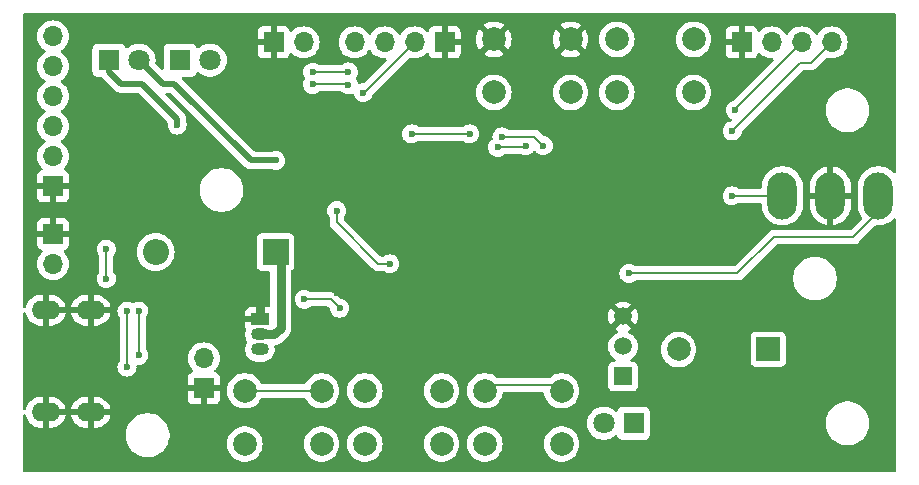
<source format=gbr>
%TF.GenerationSoftware,KiCad,Pcbnew,8.0.4*%
%TF.CreationDate,2024-08-25T14:26:38+02:00*%
%TF.ProjectId,cooking_thermometer,636f6f6b-696e-4675-9f74-6865726d6f6d,rev?*%
%TF.SameCoordinates,Original*%
%TF.FileFunction,Copper,L2,Bot*%
%TF.FilePolarity,Positive*%
%FSLAX46Y46*%
G04 Gerber Fmt 4.6, Leading zero omitted, Abs format (unit mm)*
G04 Created by KiCad (PCBNEW 8.0.4) date 2024-08-25 14:26:38*
%MOMM*%
%LPD*%
G01*
G04 APERTURE LIST*
%TA.AperFunction,ComponentPad*%
%ADD10C,2.000000*%
%TD*%
%TA.AperFunction,ComponentPad*%
%ADD11R,1.700000X1.700000*%
%TD*%
%TA.AperFunction,ComponentPad*%
%ADD12O,1.700000X1.700000*%
%TD*%
%TA.AperFunction,ComponentPad*%
%ADD13R,2.200000X2.200000*%
%TD*%
%TA.AperFunction,ComponentPad*%
%ADD14O,2.200000X2.200000*%
%TD*%
%TA.AperFunction,ComponentPad*%
%ADD15R,1.800000X1.800000*%
%TD*%
%TA.AperFunction,ComponentPad*%
%ADD16C,1.800000*%
%TD*%
%TA.AperFunction,ComponentPad*%
%ADD17O,2.500000X4.000000*%
%TD*%
%TA.AperFunction,ComponentPad*%
%ADD18R,1.500000X1.050000*%
%TD*%
%TA.AperFunction,ComponentPad*%
%ADD19O,1.500000X1.050000*%
%TD*%
%TA.AperFunction,ComponentPad*%
%ADD20O,2.400000X1.600000*%
%TD*%
%TA.AperFunction,ComponentPad*%
%ADD21R,2.000000X2.000000*%
%TD*%
%TA.AperFunction,ComponentPad*%
%ADD22R,1.500000X1.500000*%
%TD*%
%TA.AperFunction,ComponentPad*%
%ADD23C,1.500000*%
%TD*%
%TA.AperFunction,ViaPad*%
%ADD24C,0.600000*%
%TD*%
%TA.AperFunction,Conductor*%
%ADD25C,0.800000*%
%TD*%
%TA.AperFunction,Conductor*%
%ADD26C,0.500000*%
%TD*%
%TA.AperFunction,Conductor*%
%ADD27C,0.200000*%
%TD*%
G04 APERTURE END LIST*
D10*
%TO.P,SW4,1,1*%
%TO.N,+3.3V*%
X183388000Y-113250000D03*
X176888000Y-113250000D03*
%TO.P,SW4,2,2*%
%TO.N,/UI_B*%
X183388000Y-108750000D03*
X176888000Y-108750000D03*
%TD*%
%TO.P,SW5,1,1*%
%TO.N,+3.3V*%
X193548000Y-113250000D03*
X187048000Y-113250000D03*
%TO.P,SW5,2,2*%
%TO.N,/UI_C*%
X193548000Y-108750000D03*
X187048000Y-108750000D03*
%TD*%
D11*
%TO.P,J3,1,Pin_1*%
%TO.N,GND*%
X169164000Y-79248000D03*
D12*
%TO.P,J3,2,Pin_2*%
%TO.N,+3.3V*%
X171704000Y-79248000D03*
%TD*%
D11*
%TO.P,J4,1,Pin_1*%
%TO.N,GND*%
X150500000Y-95475000D03*
D12*
%TO.P,J4,2,Pin_2*%
%TO.N,+BATT*%
X150500000Y-98015000D03*
%TD*%
D13*
%TO.P,D1,1,K*%
%TO.N,+5V_USB*%
X169330000Y-97000000D03*
D14*
%TO.P,D1,2,A*%
%TO.N,+BATT*%
X159170000Y-97000000D03*
%TD*%
D15*
%TO.P,D4,1,K*%
%TO.N,Net-(D4-K)*%
X161250000Y-80750000D03*
D16*
%TO.P,D4,2,A*%
%TO.N,+3.3V*%
X163790000Y-80750000D03*
%TD*%
D17*
%TO.P,J8,S*%
%TO.N,/ADC10_TEMP_MEAS*%
X220353500Y-92250000D03*
%TO.P,J8,T*%
%TO.N,GND*%
X216289500Y-92250000D03*
%TO.P,J8,TN*%
%TO.N,/JACK_CONNECTED*%
X212225500Y-92250000D03*
%TD*%
D18*
%TO.P,U2,1,GND*%
%TO.N,GND*%
X168000000Y-102710000D03*
D19*
%TO.P,U2,2,VI*%
%TO.N,+5V_USB*%
X168000000Y-103980000D03*
%TO.P,U2,3,VO*%
%TO.N,+3.3V*%
X168000000Y-105250000D03*
%TD*%
D20*
%TO.P,J9,S1,SHIELD*%
%TO.N,GND*%
X153672500Y-101930000D03*
X149872500Y-101930000D03*
X153672500Y-110570000D03*
X149872500Y-110570000D03*
%TD*%
D15*
%TO.P,D3,1,K*%
%TO.N,Net-(D3-K)*%
X155225000Y-80750000D03*
D16*
%TO.P,D3,2,A*%
%TO.N,+5V_USB*%
X157765000Y-80750000D03*
%TD*%
D11*
%TO.P,J2,1,Pin_1*%
%TO.N,GND*%
X183642000Y-79248000D03*
D12*
%TO.P,J2,2,Pin_2*%
%TO.N,/NRST*%
X181102000Y-79248000D03*
%TO.P,J2,3,Pin_3*%
%TO.N,/BOOT0*%
X178562000Y-79248000D03*
%TO.P,J2,4,Pin_4*%
%TO.N,/SWDIO*%
X176022000Y-79248000D03*
%TD*%
D11*
%TO.P,J7,1,Pin_1*%
%TO.N,GND*%
X163250000Y-108540000D03*
D12*
%TO.P,J7,2,Pin_2*%
%TO.N,+5V_USB*%
X163250000Y-106000000D03*
%TD*%
D21*
%TO.P,BZ1,1,+*%
%TO.N,+3.3V*%
X211050000Y-105250000D03*
D10*
%TO.P,BZ1,2,-*%
%TO.N,Net-(BZ1--)*%
X203450000Y-105250000D03*
%TD*%
D22*
%TO.P,Q1,1,C*%
%TO.N,Net-(BZ1--)*%
X198750000Y-107540000D03*
D23*
%TO.P,Q1,2,B*%
%TO.N,Net-(Q1-B)*%
X198750000Y-105000000D03*
%TO.P,Q1,3,E*%
%TO.N,GND*%
X198750000Y-102460000D03*
%TD*%
D10*
%TO.P,SW1,1,1*%
%TO.N,+3.3V*%
X198224000Y-78994000D03*
X204724000Y-78994000D03*
%TO.P,SW1,2,2*%
%TO.N,/BOOT0*%
X198224000Y-83494000D03*
X204724000Y-83494000D03*
%TD*%
D11*
%TO.P,J1,1,Pin_1*%
%TO.N,GND*%
X150500000Y-91440000D03*
D12*
%TO.P,J1,2,Pin_2*%
%TO.N,/CTS1*%
X150500000Y-88900000D03*
%TO.P,J1,3,Pin_3*%
%TO.N,+5V_FTDI*%
X150500000Y-86360000D03*
%TO.P,J1,4,Pin_4*%
%TO.N,/UART1 RX*%
X150500000Y-83820000D03*
%TO.P,J1,5,Pin_5*%
%TO.N,/UART1_TX*%
X150500000Y-81280000D03*
%TO.P,J1,6,Pin_6*%
%TO.N,/RTS1*%
X150500000Y-78740000D03*
%TD*%
D11*
%TO.P,J6,1,Pin_1*%
%TO.N,GND*%
X208788000Y-79248000D03*
D12*
%TO.P,J6,2,Pin_2*%
%TO.N,+3.3V*%
X211328000Y-79248000D03*
%TO.P,J6,3,Pin_3*%
%TO.N,/I2C1_SDA*%
X213868000Y-79248000D03*
%TO.P,J6,4,Pin_4*%
%TO.N,/I2C1_SCL*%
X216408000Y-79248000D03*
%TD*%
D10*
%TO.P,SW2,1,1*%
%TO.N,GND*%
X187810000Y-78994000D03*
X194310000Y-78994000D03*
%TO.P,SW2,2,2*%
%TO.N,/NRST*%
X187810000Y-83494000D03*
X194310000Y-83494000D03*
%TD*%
%TO.P,SW3,1,1*%
%TO.N,+3.3V*%
X173228000Y-113250000D03*
X166728000Y-113250000D03*
%TO.P,SW3,2,2*%
%TO.N,/UI_A*%
X173228000Y-108750000D03*
X166728000Y-108750000D03*
%TD*%
D15*
%TO.P,D2,1,K*%
%TO.N,Net-(D2-K)*%
X199644000Y-111506000D03*
D16*
%TO.P,D2,2,A*%
%TO.N,/UI_LED*%
X197104000Y-111506000D03*
%TD*%
D24*
%TO.N,+5V_USB*%
X169330000Y-89250000D03*
%TO.N,GND*%
X216750000Y-103500000D03*
X174500000Y-100500000D03*
X160250000Y-92000000D03*
X213500000Y-109250000D03*
X202438000Y-85090000D03*
X159000000Y-103000000D03*
X157000000Y-83750000D03*
X172339000Y-87376000D03*
X177000000Y-100500000D03*
X220500000Y-80750000D03*
X161250000Y-94750000D03*
X163830000Y-83820000D03*
X178835939Y-96450939D03*
X172339000Y-85090000D03*
X211500000Y-87500000D03*
X152810000Y-91440000D03*
X196000000Y-88500000D03*
X206750000Y-113000000D03*
X211750000Y-114000000D03*
X193500000Y-115250000D03*
X168000000Y-100250000D03*
X152500000Y-96250000D03*
X156000000Y-109000000D03*
X183388000Y-115250000D03*
X164250000Y-111000000D03*
X173250000Y-115250000D03*
%TO.N,/NRST*%
X176750000Y-83500000D03*
X174500000Y-93500000D03*
X179000000Y-98000000D03*
%TO.N,Net-(D3-K)*%
X161000000Y-86250000D03*
%TO.N,/UART1_TX*%
X156750000Y-102000000D03*
X175500000Y-81750000D03*
X156750000Y-106750000D03*
X172466000Y-81788000D03*
%TO.N,/UART1 RX*%
X155000000Y-99250000D03*
X175500000Y-82842003D03*
X157750000Y-102000000D03*
X157750000Y-105750000D03*
X155000000Y-96750000D03*
X172466000Y-82804000D03*
%TO.N,/SWDIO*%
X188138000Y-88138000D03*
X190500000Y-88000000D03*
%TO.N,/ADC10_TEMP_MEAS*%
X199250000Y-98812000D03*
%TO.N,/I2C1_SCL*%
X208000000Y-86750000D03*
%TO.N,/I2C1_SDA*%
X208250000Y-85000000D03*
%TO.N,/ADC2_BATT_MEAS*%
X171750000Y-101000000D03*
X174750000Y-101750000D03*
%TO.N,Net-(U1-PB3)*%
X185757765Y-86992235D03*
X180848000Y-86995000D03*
%TO.N,Net-(U1-PA15)*%
X188500000Y-87250000D03*
X192000000Y-88000000D03*
%TO.N,/JACK_CONNECTED*%
X208000000Y-92250000D03*
%TD*%
D25*
%TO.N,+5V_USB*%
X169750000Y-97420000D02*
X169330000Y-97000000D01*
D26*
X169330000Y-89250000D02*
X167250000Y-89250000D01*
X167250000Y-89250000D02*
X160750000Y-82750000D01*
X160750000Y-82750000D02*
X159765000Y-82750000D01*
D25*
X169205000Y-103980000D02*
X169750000Y-103435000D01*
D26*
X159765000Y-82750000D02*
X157765000Y-80750000D01*
D25*
X169750000Y-103435000D02*
X169750000Y-97420000D01*
X168000000Y-103980000D02*
X169205000Y-103980000D01*
%TO.N,GND*%
X168000000Y-102710000D02*
X168000000Y-100250000D01*
D27*
%TO.N,/NRST*%
X178000000Y-98000000D02*
X179000000Y-98000000D01*
X174500000Y-93500000D02*
X174500000Y-94500000D01*
X176750000Y-83500000D02*
X176850000Y-83500000D01*
X176850000Y-83500000D02*
X181102000Y-79248000D01*
X174500000Y-94500000D02*
X178000000Y-98000000D01*
D26*
%TO.N,Net-(D3-K)*%
X161000000Y-85750000D02*
X158000000Y-82750000D01*
X155225000Y-81737500D02*
X155225000Y-80750000D01*
X158000000Y-82750000D02*
X156237500Y-82750000D01*
X161000000Y-86250000D02*
X161000000Y-85750000D01*
X156237500Y-82750000D02*
X155225000Y-81737500D01*
D27*
%TO.N,/UART1_TX*%
X175462000Y-81788000D02*
X172466000Y-81788000D01*
X175500000Y-81750000D02*
X175462000Y-81788000D01*
X156750000Y-102000000D02*
X156750000Y-106750000D01*
%TO.N,/UART1 RX*%
X157750000Y-102000000D02*
X157750000Y-105750000D01*
X155000000Y-99250000D02*
X155000000Y-96750000D01*
X175500000Y-82842003D02*
X175461997Y-82804000D01*
X175461997Y-82804000D02*
X172466000Y-82804000D01*
%TO.N,/SWDIO*%
X188138000Y-88138000D02*
X190362000Y-88138000D01*
X190362000Y-88138000D02*
X190500000Y-88000000D01*
%TO.N,/ADC10_TEMP_MEAS*%
X211500000Y-95750000D02*
X218250000Y-95750000D01*
X218250000Y-95750000D02*
X220353500Y-93646500D01*
X199250000Y-98812000D02*
X208438000Y-98812000D01*
X220353500Y-93646500D02*
X220353500Y-92250000D01*
X208438000Y-98812000D02*
X211500000Y-95750000D01*
%TO.N,/I2C1_SCL*%
X208000000Y-86750000D02*
X213750000Y-81000000D01*
X213750000Y-81000000D02*
X214656000Y-81000000D01*
X214656000Y-81000000D02*
X216408000Y-79248000D01*
%TO.N,/I2C1_SDA*%
X208250000Y-85000000D02*
X208250000Y-84866000D01*
X208250000Y-84866000D02*
X213868000Y-79248000D01*
%TO.N,/UI_A*%
X173228000Y-108750000D02*
X166728000Y-108750000D01*
%TO.N,/UI_C*%
X187048000Y-108276000D02*
X193548000Y-108276000D01*
%TO.N,/ADC2_BATT_MEAS*%
X174750000Y-101750000D02*
X174000000Y-101000000D01*
X174000000Y-101000000D02*
X171750000Y-101000000D01*
%TO.N,Net-(U1-PB3)*%
X180853000Y-87000000D02*
X180848000Y-86995000D01*
X185757765Y-86992235D02*
X185750000Y-87000000D01*
X185750000Y-87000000D02*
X180853000Y-87000000D01*
%TO.N,Net-(U1-PA15)*%
X192000000Y-88000000D02*
X191250000Y-87250000D01*
X191250000Y-87250000D02*
X188500000Y-87250000D01*
%TO.N,/JACK_CONNECTED*%
X208000000Y-92250000D02*
X212225500Y-92250000D01*
%TD*%
%TA.AperFunction,Conductor*%
%TO.N,GND*%
G36*
X221792539Y-76770185D02*
G01*
X221838294Y-76822989D01*
X221849500Y-76874500D01*
X221849500Y-90221057D01*
X221829815Y-90288096D01*
X221777011Y-90333851D01*
X221707853Y-90343795D01*
X221644297Y-90314770D01*
X221637819Y-90308738D01*
X221510170Y-90181089D01*
X221510161Y-90181081D01*
X221328117Y-90041392D01*
X221129390Y-89926657D01*
X221129376Y-89926650D01*
X220917387Y-89838842D01*
X220895390Y-89832948D01*
X220695738Y-89779452D01*
X220657715Y-89774446D01*
X220468241Y-89749500D01*
X220468234Y-89749500D01*
X220238766Y-89749500D01*
X220238758Y-89749500D01*
X220022215Y-89778009D01*
X220011262Y-89779452D01*
X219917576Y-89804554D01*
X219789612Y-89838842D01*
X219577623Y-89926650D01*
X219577609Y-89926657D01*
X219378882Y-90041392D01*
X219196838Y-90181081D01*
X219034581Y-90343338D01*
X218894892Y-90525382D01*
X218780157Y-90724109D01*
X218780150Y-90724123D01*
X218692342Y-90936112D01*
X218632953Y-91157759D01*
X218632951Y-91157770D01*
X218603000Y-91385258D01*
X218603000Y-93114741D01*
X218613303Y-93192993D01*
X218632952Y-93342238D01*
X218675223Y-93499996D01*
X218692342Y-93563887D01*
X218780150Y-93775876D01*
X218780157Y-93775891D01*
X218894888Y-93974611D01*
X218950806Y-94047485D01*
X218976000Y-94112654D01*
X218961962Y-94181099D01*
X218940111Y-94210652D01*
X218037584Y-95113181D01*
X217976261Y-95146666D01*
X217949903Y-95149500D01*
X211586669Y-95149500D01*
X211586653Y-95149499D01*
X211579057Y-95149499D01*
X211420943Y-95149499D01*
X211313587Y-95178265D01*
X211268210Y-95190424D01*
X211268209Y-95190425D01*
X211218096Y-95219359D01*
X211218095Y-95219360D01*
X211174689Y-95244420D01*
X211131285Y-95269479D01*
X211131282Y-95269481D01*
X211019478Y-95381286D01*
X208225584Y-98175181D01*
X208164261Y-98208666D01*
X208137903Y-98211500D01*
X199832412Y-98211500D01*
X199765373Y-98191815D01*
X199755097Y-98184445D01*
X199752263Y-98182185D01*
X199752262Y-98182184D01*
X199677524Y-98135223D01*
X199599523Y-98086211D01*
X199429254Y-98026631D01*
X199429249Y-98026630D01*
X199250004Y-98006435D01*
X199249996Y-98006435D01*
X199070750Y-98026630D01*
X199070745Y-98026631D01*
X198900476Y-98086211D01*
X198747737Y-98182184D01*
X198620184Y-98309737D01*
X198524211Y-98462476D01*
X198464631Y-98632745D01*
X198464630Y-98632750D01*
X198444435Y-98811996D01*
X198444435Y-98812003D01*
X198464630Y-98991249D01*
X198464631Y-98991254D01*
X198524211Y-99161523D01*
X198606524Y-99292522D01*
X198620184Y-99314262D01*
X198747738Y-99441816D01*
X198900478Y-99537789D01*
X199070745Y-99597368D01*
X199070750Y-99597369D01*
X199249996Y-99617565D01*
X199250000Y-99617565D01*
X199250004Y-99617565D01*
X199429249Y-99597369D01*
X199429252Y-99597368D01*
X199429255Y-99597368D01*
X199599522Y-99537789D01*
X199752262Y-99441816D01*
X199752267Y-99441810D01*
X199755097Y-99439555D01*
X199757275Y-99438665D01*
X199758158Y-99438111D01*
X199758255Y-99438265D01*
X199819783Y-99413145D01*
X199832412Y-99412500D01*
X208351331Y-99412500D01*
X208351347Y-99412501D01*
X208358943Y-99412501D01*
X208517054Y-99412501D01*
X208517057Y-99412501D01*
X208669785Y-99371577D01*
X208743431Y-99329057D01*
X208806716Y-99292520D01*
X208918520Y-99180716D01*
X208918520Y-99180714D01*
X208928724Y-99170511D01*
X208928727Y-99170506D01*
X208970522Y-99128711D01*
X213149500Y-99128711D01*
X213149500Y-99371288D01*
X213181161Y-99611785D01*
X213243947Y-99846104D01*
X213330709Y-100055565D01*
X213336776Y-100070212D01*
X213458064Y-100280289D01*
X213458066Y-100280292D01*
X213458067Y-100280293D01*
X213605733Y-100472736D01*
X213605739Y-100472743D01*
X213777256Y-100644260D01*
X213777262Y-100644265D01*
X213969711Y-100791936D01*
X214179788Y-100913224D01*
X214375269Y-100994195D01*
X214389291Y-101000003D01*
X214403900Y-101006054D01*
X214638211Y-101068838D01*
X214818586Y-101092584D01*
X214878711Y-101100500D01*
X214878712Y-101100500D01*
X215121289Y-101100500D01*
X215169388Y-101094167D01*
X215361789Y-101068838D01*
X215596100Y-101006054D01*
X215820212Y-100913224D01*
X216030289Y-100791936D01*
X216222738Y-100644265D01*
X216394265Y-100472738D01*
X216541936Y-100280289D01*
X216663224Y-100070212D01*
X216756054Y-99846100D01*
X216818838Y-99611789D01*
X216850500Y-99371288D01*
X216850500Y-99128712D01*
X216818838Y-98888211D01*
X216756054Y-98653900D01*
X216663224Y-98429788D01*
X216541936Y-98219711D01*
X216394265Y-98027262D01*
X216394260Y-98027256D01*
X216222743Y-97855739D01*
X216222736Y-97855733D01*
X216030293Y-97708067D01*
X216030292Y-97708066D01*
X216030289Y-97708064D01*
X215820212Y-97586776D01*
X215820205Y-97586773D01*
X215596104Y-97493947D01*
X215361785Y-97431161D01*
X215121289Y-97399500D01*
X215121288Y-97399500D01*
X214878712Y-97399500D01*
X214878711Y-97399500D01*
X214638214Y-97431161D01*
X214403895Y-97493947D01*
X214179794Y-97586773D01*
X214179785Y-97586777D01*
X213969706Y-97708067D01*
X213777263Y-97855733D01*
X213777256Y-97855739D01*
X213605739Y-98027256D01*
X213605733Y-98027263D01*
X213458067Y-98219706D01*
X213336777Y-98429785D01*
X213336773Y-98429794D01*
X213243947Y-98653895D01*
X213181161Y-98888214D01*
X213149500Y-99128711D01*
X208970522Y-99128711D01*
X211712416Y-96386819D01*
X211773739Y-96353334D01*
X211800097Y-96350500D01*
X218163331Y-96350500D01*
X218163347Y-96350501D01*
X218170943Y-96350501D01*
X218329054Y-96350501D01*
X218329057Y-96350501D01*
X218481785Y-96309577D01*
X218531904Y-96280639D01*
X218618716Y-96230520D01*
X218730520Y-96118716D01*
X218730520Y-96118714D01*
X218740728Y-96108507D01*
X218740730Y-96108504D01*
X220071787Y-94777446D01*
X220133108Y-94743963D01*
X220175647Y-94742190D01*
X220238766Y-94750500D01*
X220238773Y-94750500D01*
X220468227Y-94750500D01*
X220468234Y-94750500D01*
X220695738Y-94720548D01*
X220917387Y-94661158D01*
X221129388Y-94573344D01*
X221328112Y-94458611D01*
X221510161Y-94318919D01*
X221510165Y-94318914D01*
X221510170Y-94318911D01*
X221637819Y-94191262D01*
X221699142Y-94157777D01*
X221768834Y-94162761D01*
X221824767Y-94204633D01*
X221849184Y-94270097D01*
X221849500Y-94278943D01*
X221849500Y-115525500D01*
X221829815Y-115592539D01*
X221777011Y-115638294D01*
X221725500Y-115649500D01*
X148074500Y-115649500D01*
X148007461Y-115629815D01*
X147961706Y-115577011D01*
X147950500Y-115525500D01*
X147950500Y-112378711D01*
X156649500Y-112378711D01*
X156649500Y-112621288D01*
X156681161Y-112861785D01*
X156743947Y-113096104D01*
X156771750Y-113163226D01*
X156836776Y-113320212D01*
X156958064Y-113530289D01*
X156958066Y-113530292D01*
X156958067Y-113530293D01*
X157105733Y-113722736D01*
X157105739Y-113722743D01*
X157277256Y-113894260D01*
X157277262Y-113894265D01*
X157469711Y-114041936D01*
X157679788Y-114163224D01*
X157903900Y-114256054D01*
X158138211Y-114318838D01*
X158318586Y-114342584D01*
X158378711Y-114350500D01*
X158378712Y-114350500D01*
X158621289Y-114350500D01*
X158669388Y-114344167D01*
X158861789Y-114318838D01*
X159096100Y-114256054D01*
X159320212Y-114163224D01*
X159530289Y-114041936D01*
X159722738Y-113894265D01*
X159894265Y-113722738D01*
X160041936Y-113530289D01*
X160163224Y-113320212D01*
X160192309Y-113249994D01*
X165222357Y-113249994D01*
X165222357Y-113250005D01*
X165242890Y-113497812D01*
X165242892Y-113497824D01*
X165303936Y-113738881D01*
X165403826Y-113966606D01*
X165539833Y-114174782D01*
X165539836Y-114174785D01*
X165708256Y-114357738D01*
X165904491Y-114510474D01*
X166123190Y-114628828D01*
X166358386Y-114709571D01*
X166603665Y-114750500D01*
X166852335Y-114750500D01*
X167097614Y-114709571D01*
X167332810Y-114628828D01*
X167551509Y-114510474D01*
X167747744Y-114357738D01*
X167916164Y-114174785D01*
X168052173Y-113966607D01*
X168152063Y-113738881D01*
X168213108Y-113497821D01*
X168213109Y-113497812D01*
X168233643Y-113250005D01*
X168233643Y-113249994D01*
X171722357Y-113249994D01*
X171722357Y-113250005D01*
X171742890Y-113497812D01*
X171742892Y-113497824D01*
X171803936Y-113738881D01*
X171903826Y-113966606D01*
X172039833Y-114174782D01*
X172039836Y-114174785D01*
X172208256Y-114357738D01*
X172404491Y-114510474D01*
X172623190Y-114628828D01*
X172858386Y-114709571D01*
X173103665Y-114750500D01*
X173352335Y-114750500D01*
X173597614Y-114709571D01*
X173832810Y-114628828D01*
X174051509Y-114510474D01*
X174247744Y-114357738D01*
X174416164Y-114174785D01*
X174552173Y-113966607D01*
X174652063Y-113738881D01*
X174713108Y-113497821D01*
X174713109Y-113497812D01*
X174733643Y-113250005D01*
X174733643Y-113249994D01*
X175382357Y-113249994D01*
X175382357Y-113250005D01*
X175402890Y-113497812D01*
X175402892Y-113497824D01*
X175463936Y-113738881D01*
X175563826Y-113966606D01*
X175699833Y-114174782D01*
X175699836Y-114174785D01*
X175868256Y-114357738D01*
X176064491Y-114510474D01*
X176283190Y-114628828D01*
X176518386Y-114709571D01*
X176763665Y-114750500D01*
X177012335Y-114750500D01*
X177257614Y-114709571D01*
X177492810Y-114628828D01*
X177711509Y-114510474D01*
X177907744Y-114357738D01*
X178076164Y-114174785D01*
X178212173Y-113966607D01*
X178312063Y-113738881D01*
X178373108Y-113497821D01*
X178373109Y-113497812D01*
X178393643Y-113250005D01*
X178393643Y-113249994D01*
X181882357Y-113249994D01*
X181882357Y-113250005D01*
X181902890Y-113497812D01*
X181902892Y-113497824D01*
X181963936Y-113738881D01*
X182063826Y-113966606D01*
X182199833Y-114174782D01*
X182199836Y-114174785D01*
X182368256Y-114357738D01*
X182564491Y-114510474D01*
X182783190Y-114628828D01*
X183018386Y-114709571D01*
X183263665Y-114750500D01*
X183512335Y-114750500D01*
X183757614Y-114709571D01*
X183992810Y-114628828D01*
X184211509Y-114510474D01*
X184407744Y-114357738D01*
X184576164Y-114174785D01*
X184712173Y-113966607D01*
X184812063Y-113738881D01*
X184873108Y-113497821D01*
X184873109Y-113497812D01*
X184893643Y-113250005D01*
X184893643Y-113249994D01*
X185542357Y-113249994D01*
X185542357Y-113250005D01*
X185562890Y-113497812D01*
X185562892Y-113497824D01*
X185623936Y-113738881D01*
X185723826Y-113966606D01*
X185859833Y-114174782D01*
X185859836Y-114174785D01*
X186028256Y-114357738D01*
X186224491Y-114510474D01*
X186443190Y-114628828D01*
X186678386Y-114709571D01*
X186923665Y-114750500D01*
X187172335Y-114750500D01*
X187417614Y-114709571D01*
X187652810Y-114628828D01*
X187871509Y-114510474D01*
X188067744Y-114357738D01*
X188236164Y-114174785D01*
X188372173Y-113966607D01*
X188472063Y-113738881D01*
X188533108Y-113497821D01*
X188533109Y-113497812D01*
X188553643Y-113250005D01*
X188553643Y-113249994D01*
X192042357Y-113249994D01*
X192042357Y-113250005D01*
X192062890Y-113497812D01*
X192062892Y-113497824D01*
X192123936Y-113738881D01*
X192223826Y-113966606D01*
X192359833Y-114174782D01*
X192359836Y-114174785D01*
X192528256Y-114357738D01*
X192724491Y-114510474D01*
X192943190Y-114628828D01*
X193178386Y-114709571D01*
X193423665Y-114750500D01*
X193672335Y-114750500D01*
X193917614Y-114709571D01*
X194152810Y-114628828D01*
X194371509Y-114510474D01*
X194567744Y-114357738D01*
X194736164Y-114174785D01*
X194872173Y-113966607D01*
X194972063Y-113738881D01*
X195033108Y-113497821D01*
X195033109Y-113497812D01*
X195053643Y-113250005D01*
X195053643Y-113249994D01*
X195033109Y-113002187D01*
X195033107Y-113002175D01*
X194972063Y-112761118D01*
X194872173Y-112533393D01*
X194736166Y-112325217D01*
X194597742Y-112174849D01*
X194567744Y-112142262D01*
X194371509Y-111989526D01*
X194371507Y-111989525D01*
X194371506Y-111989524D01*
X194152811Y-111871172D01*
X194152802Y-111871169D01*
X193917616Y-111790429D01*
X193672335Y-111749500D01*
X193423665Y-111749500D01*
X193178383Y-111790429D01*
X192943197Y-111871169D01*
X192943188Y-111871172D01*
X192724493Y-111989524D01*
X192528257Y-112142261D01*
X192359833Y-112325217D01*
X192223826Y-112533393D01*
X192123936Y-112761118D01*
X192062892Y-113002175D01*
X192062890Y-113002187D01*
X192042357Y-113249994D01*
X188553643Y-113249994D01*
X188533109Y-113002187D01*
X188533107Y-113002175D01*
X188472063Y-112761118D01*
X188372173Y-112533393D01*
X188236166Y-112325217D01*
X188097742Y-112174849D01*
X188067744Y-112142262D01*
X187871509Y-111989526D01*
X187871507Y-111989525D01*
X187871506Y-111989524D01*
X187652811Y-111871172D01*
X187652802Y-111871169D01*
X187417616Y-111790429D01*
X187172335Y-111749500D01*
X186923665Y-111749500D01*
X186678383Y-111790429D01*
X186443197Y-111871169D01*
X186443188Y-111871172D01*
X186224493Y-111989524D01*
X186028257Y-112142261D01*
X185859833Y-112325217D01*
X185723826Y-112533393D01*
X185623936Y-112761118D01*
X185562892Y-113002175D01*
X185562890Y-113002187D01*
X185542357Y-113249994D01*
X184893643Y-113249994D01*
X184873109Y-113002187D01*
X184873107Y-113002175D01*
X184812063Y-112761118D01*
X184712173Y-112533393D01*
X184576166Y-112325217D01*
X184437742Y-112174849D01*
X184407744Y-112142262D01*
X184211509Y-111989526D01*
X184211507Y-111989525D01*
X184211506Y-111989524D01*
X183992811Y-111871172D01*
X183992802Y-111871169D01*
X183757616Y-111790429D01*
X183512335Y-111749500D01*
X183263665Y-111749500D01*
X183018383Y-111790429D01*
X182783197Y-111871169D01*
X182783188Y-111871172D01*
X182564493Y-111989524D01*
X182368257Y-112142261D01*
X182199833Y-112325217D01*
X182063826Y-112533393D01*
X181963936Y-112761118D01*
X181902892Y-113002175D01*
X181902890Y-113002187D01*
X181882357Y-113249994D01*
X178393643Y-113249994D01*
X178373109Y-113002187D01*
X178373107Y-113002175D01*
X178312063Y-112761118D01*
X178212173Y-112533393D01*
X178076166Y-112325217D01*
X177937742Y-112174849D01*
X177907744Y-112142262D01*
X177711509Y-111989526D01*
X177711507Y-111989525D01*
X177711506Y-111989524D01*
X177492811Y-111871172D01*
X177492802Y-111871169D01*
X177257616Y-111790429D01*
X177012335Y-111749500D01*
X176763665Y-111749500D01*
X176518383Y-111790429D01*
X176283197Y-111871169D01*
X176283188Y-111871172D01*
X176064493Y-111989524D01*
X175868257Y-112142261D01*
X175699833Y-112325217D01*
X175563826Y-112533393D01*
X175463936Y-112761118D01*
X175402892Y-113002175D01*
X175402890Y-113002187D01*
X175382357Y-113249994D01*
X174733643Y-113249994D01*
X174713109Y-113002187D01*
X174713107Y-113002175D01*
X174652063Y-112761118D01*
X174552173Y-112533393D01*
X174416166Y-112325217D01*
X174277742Y-112174849D01*
X174247744Y-112142262D01*
X174051509Y-111989526D01*
X174051507Y-111989525D01*
X174051506Y-111989524D01*
X173832811Y-111871172D01*
X173832802Y-111871169D01*
X173597616Y-111790429D01*
X173352335Y-111749500D01*
X173103665Y-111749500D01*
X172858383Y-111790429D01*
X172623197Y-111871169D01*
X172623188Y-111871172D01*
X172404493Y-111989524D01*
X172208257Y-112142261D01*
X172039833Y-112325217D01*
X171903826Y-112533393D01*
X171803936Y-112761118D01*
X171742892Y-113002175D01*
X171742890Y-113002187D01*
X171722357Y-113249994D01*
X168233643Y-113249994D01*
X168213109Y-113002187D01*
X168213107Y-113002175D01*
X168152063Y-112761118D01*
X168052173Y-112533393D01*
X167916166Y-112325217D01*
X167777742Y-112174849D01*
X167747744Y-112142262D01*
X167551509Y-111989526D01*
X167551507Y-111989525D01*
X167551506Y-111989524D01*
X167332811Y-111871172D01*
X167332802Y-111871169D01*
X167097616Y-111790429D01*
X166852335Y-111749500D01*
X166603665Y-111749500D01*
X166358383Y-111790429D01*
X166123197Y-111871169D01*
X166123188Y-111871172D01*
X165904493Y-111989524D01*
X165708257Y-112142261D01*
X165539833Y-112325217D01*
X165403826Y-112533393D01*
X165303936Y-112761118D01*
X165242892Y-113002175D01*
X165242890Y-113002187D01*
X165222357Y-113249994D01*
X160192309Y-113249994D01*
X160256054Y-113096100D01*
X160318838Y-112861789D01*
X160350500Y-112621288D01*
X160350500Y-112378712D01*
X160318838Y-112138211D01*
X160256054Y-111903900D01*
X160163224Y-111679788D01*
X160062883Y-111505993D01*
X195698700Y-111505993D01*
X195698700Y-111506006D01*
X195717864Y-111737297D01*
X195717866Y-111737308D01*
X195774842Y-111962300D01*
X195868075Y-112174848D01*
X195995016Y-112369147D01*
X195995019Y-112369151D01*
X195995021Y-112369153D01*
X196152216Y-112539913D01*
X196152219Y-112539915D01*
X196152222Y-112539918D01*
X196335365Y-112682464D01*
X196335371Y-112682468D01*
X196335374Y-112682470D01*
X196539497Y-112792936D01*
X196653487Y-112832068D01*
X196759015Y-112868297D01*
X196759017Y-112868297D01*
X196759019Y-112868298D01*
X196987951Y-112906500D01*
X196987952Y-112906500D01*
X197220048Y-112906500D01*
X197220049Y-112906500D01*
X197448981Y-112868298D01*
X197668503Y-112792936D01*
X197872626Y-112682470D01*
X198055784Y-112539913D01*
X198064130Y-112530846D01*
X198124010Y-112494854D01*
X198193849Y-112496949D01*
X198251468Y-112536469D01*
X198271544Y-112571491D01*
X198300203Y-112648330D01*
X198300206Y-112648335D01*
X198386452Y-112763544D01*
X198386455Y-112763547D01*
X198501664Y-112849793D01*
X198501671Y-112849797D01*
X198636517Y-112900091D01*
X198636516Y-112900091D01*
X198643444Y-112900835D01*
X198696127Y-112906500D01*
X200591872Y-112906499D01*
X200651483Y-112900091D01*
X200786331Y-112849796D01*
X200901546Y-112763546D01*
X200987796Y-112648331D01*
X201038091Y-112513483D01*
X201044500Y-112453873D01*
X201044499Y-111378711D01*
X215899500Y-111378711D01*
X215899500Y-111621288D01*
X215931161Y-111861785D01*
X215993947Y-112096104D01*
X216086773Y-112320205D01*
X216086776Y-112320212D01*
X216208064Y-112530289D01*
X216208066Y-112530292D01*
X216208067Y-112530293D01*
X216355733Y-112722736D01*
X216355739Y-112722743D01*
X216527256Y-112894260D01*
X216527263Y-112894266D01*
X216543207Y-112906500D01*
X216719711Y-113041936D01*
X216929788Y-113163224D01*
X217153900Y-113256054D01*
X217388211Y-113318838D01*
X217568586Y-113342584D01*
X217628711Y-113350500D01*
X217628712Y-113350500D01*
X217871289Y-113350500D01*
X217919388Y-113344167D01*
X218111789Y-113318838D01*
X218346100Y-113256054D01*
X218570212Y-113163224D01*
X218780289Y-113041936D01*
X218972738Y-112894265D01*
X219144265Y-112722738D01*
X219291936Y-112530289D01*
X219413224Y-112320212D01*
X219506054Y-112096100D01*
X219568838Y-111861789D01*
X219600500Y-111621288D01*
X219600500Y-111378712D01*
X219568838Y-111138211D01*
X219506054Y-110903900D01*
X219413224Y-110679788D01*
X219291936Y-110469711D01*
X219210567Y-110363669D01*
X219144266Y-110277263D01*
X219144260Y-110277256D01*
X218972743Y-110105739D01*
X218972736Y-110105733D01*
X218780293Y-109958067D01*
X218780292Y-109958066D01*
X218780289Y-109958064D01*
X218570212Y-109836776D01*
X218561941Y-109833350D01*
X218346104Y-109743947D01*
X218111785Y-109681161D01*
X217871289Y-109649500D01*
X217871288Y-109649500D01*
X217628712Y-109649500D01*
X217628711Y-109649500D01*
X217388214Y-109681161D01*
X217153895Y-109743947D01*
X216929794Y-109836773D01*
X216929785Y-109836777D01*
X216719706Y-109958067D01*
X216527263Y-110105733D01*
X216527256Y-110105739D01*
X216355739Y-110277256D01*
X216355733Y-110277263D01*
X216208067Y-110469706D01*
X216086777Y-110679785D01*
X216086773Y-110679794D01*
X215993947Y-110903895D01*
X215931161Y-111138214D01*
X215899500Y-111378711D01*
X201044499Y-111378711D01*
X201044499Y-110558128D01*
X201038091Y-110498517D01*
X201028233Y-110472087D01*
X200987797Y-110363671D01*
X200987793Y-110363664D01*
X200901547Y-110248455D01*
X200901544Y-110248452D01*
X200786335Y-110162206D01*
X200786328Y-110162202D01*
X200651482Y-110111908D01*
X200651483Y-110111908D01*
X200591883Y-110105501D01*
X200591881Y-110105500D01*
X200591873Y-110105500D01*
X200591864Y-110105500D01*
X198696129Y-110105500D01*
X198696123Y-110105501D01*
X198636516Y-110111908D01*
X198501671Y-110162202D01*
X198501664Y-110162206D01*
X198386455Y-110248452D01*
X198386452Y-110248455D01*
X198300206Y-110363664D01*
X198300203Y-110363670D01*
X198271544Y-110440508D01*
X198229672Y-110496441D01*
X198164208Y-110520858D01*
X198095935Y-110506006D01*
X198064135Y-110481158D01*
X198055784Y-110472087D01*
X198055778Y-110472082D01*
X198055777Y-110472081D01*
X197872634Y-110329535D01*
X197872628Y-110329531D01*
X197668504Y-110219064D01*
X197668495Y-110219061D01*
X197448984Y-110143702D01*
X197258450Y-110111908D01*
X197220049Y-110105500D01*
X196987951Y-110105500D01*
X196949550Y-110111908D01*
X196759015Y-110143702D01*
X196539504Y-110219061D01*
X196539495Y-110219064D01*
X196335371Y-110329531D01*
X196335365Y-110329535D01*
X196152222Y-110472081D01*
X196152219Y-110472084D01*
X196152216Y-110472086D01*
X196152216Y-110472087D01*
X196107319Y-110520858D01*
X195995016Y-110642852D01*
X195868075Y-110837151D01*
X195774842Y-111049699D01*
X195717866Y-111274691D01*
X195717864Y-111274702D01*
X195698700Y-111505993D01*
X160062883Y-111505993D01*
X160041936Y-111469711D01*
X159894265Y-111277262D01*
X159894260Y-111277256D01*
X159722743Y-111105739D01*
X159722736Y-111105733D01*
X159530293Y-110958067D01*
X159530292Y-110958066D01*
X159530289Y-110958064D01*
X159320212Y-110836776D01*
X159296203Y-110826831D01*
X159096104Y-110743947D01*
X158978944Y-110712554D01*
X158861789Y-110681162D01*
X158861788Y-110681161D01*
X158861785Y-110681161D01*
X158621289Y-110649500D01*
X158621288Y-110649500D01*
X158378712Y-110649500D01*
X158378711Y-110649500D01*
X158138214Y-110681161D01*
X157903895Y-110743947D01*
X157679794Y-110836773D01*
X157679785Y-110836777D01*
X157469706Y-110958067D01*
X157277263Y-111105733D01*
X157277256Y-111105739D01*
X157105739Y-111277256D01*
X157105733Y-111277263D01*
X156958067Y-111469706D01*
X156836777Y-111679785D01*
X156836773Y-111679794D01*
X156743947Y-111903895D01*
X156681161Y-112138214D01*
X156649500Y-112378711D01*
X147950500Y-112378711D01*
X147950500Y-110846229D01*
X147970185Y-110779190D01*
X148022989Y-110733435D01*
X148092147Y-110723491D01*
X148155703Y-110752516D01*
X148193477Y-110811294D01*
X148196973Y-110826831D01*
X148204509Y-110874417D01*
X148267744Y-111069031D01*
X148360640Y-111251349D01*
X148480917Y-111416894D01*
X148480917Y-111416895D01*
X148625604Y-111561582D01*
X148791150Y-111681859D01*
X148973468Y-111774755D01*
X149168082Y-111837990D01*
X149370183Y-111870000D01*
X149622500Y-111870000D01*
X149622500Y-110870000D01*
X150122500Y-110870000D01*
X150122500Y-111870000D01*
X150374817Y-111870000D01*
X150576917Y-111837990D01*
X150771531Y-111774755D01*
X150953849Y-111681859D01*
X151119394Y-111561582D01*
X151119395Y-111561582D01*
X151264082Y-111416895D01*
X151264082Y-111416894D01*
X151384359Y-111251349D01*
X151477255Y-111069029D01*
X151540490Y-110874413D01*
X151549109Y-110820000D01*
X150439488Y-110820000D01*
X150456705Y-110810060D01*
X150512560Y-110754205D01*
X150552056Y-110685796D01*
X150572500Y-110609496D01*
X150572500Y-110530504D01*
X150552056Y-110454204D01*
X150512560Y-110385795D01*
X150456705Y-110329940D01*
X150439488Y-110320000D01*
X151549109Y-110320000D01*
X151995891Y-110320000D01*
X153105512Y-110320000D01*
X153088295Y-110329940D01*
X153032440Y-110385795D01*
X152992944Y-110454204D01*
X152972500Y-110530504D01*
X152972500Y-110609496D01*
X152992944Y-110685796D01*
X153032440Y-110754205D01*
X153088295Y-110810060D01*
X153105512Y-110820000D01*
X151995891Y-110820000D01*
X152004509Y-110874413D01*
X152067744Y-111069029D01*
X152160640Y-111251349D01*
X152280917Y-111416894D01*
X152280917Y-111416895D01*
X152425604Y-111561582D01*
X152591150Y-111681859D01*
X152773468Y-111774755D01*
X152968082Y-111837990D01*
X153170183Y-111870000D01*
X153422500Y-111870000D01*
X153422500Y-110870000D01*
X153922500Y-110870000D01*
X153922500Y-111870000D01*
X154174817Y-111870000D01*
X154376917Y-111837990D01*
X154571531Y-111774755D01*
X154753849Y-111681859D01*
X154919394Y-111561582D01*
X154919395Y-111561582D01*
X155064082Y-111416895D01*
X155064082Y-111416894D01*
X155184359Y-111251349D01*
X155277255Y-111069029D01*
X155340490Y-110874413D01*
X155349109Y-110820000D01*
X154239488Y-110820000D01*
X154256705Y-110810060D01*
X154312560Y-110754205D01*
X154352056Y-110685796D01*
X154372500Y-110609496D01*
X154372500Y-110530504D01*
X154352056Y-110454204D01*
X154312560Y-110385795D01*
X154256705Y-110329940D01*
X154239488Y-110320000D01*
X155349109Y-110320000D01*
X155340490Y-110265586D01*
X155277255Y-110070970D01*
X155184359Y-109888650D01*
X155064082Y-109723105D01*
X155064082Y-109723104D01*
X154919395Y-109578417D01*
X154753849Y-109458140D01*
X154571531Y-109365244D01*
X154376917Y-109302009D01*
X154174817Y-109270000D01*
X153922500Y-109270000D01*
X153922500Y-110270000D01*
X153422500Y-110270000D01*
X153422500Y-109270000D01*
X153170183Y-109270000D01*
X152968082Y-109302009D01*
X152773468Y-109365244D01*
X152591150Y-109458140D01*
X152425605Y-109578417D01*
X152425604Y-109578417D01*
X152280917Y-109723104D01*
X152280917Y-109723105D01*
X152160640Y-109888650D01*
X152067744Y-110070970D01*
X152004509Y-110265586D01*
X151995891Y-110320000D01*
X151549109Y-110320000D01*
X151540490Y-110265586D01*
X151477255Y-110070970D01*
X151384359Y-109888650D01*
X151264082Y-109723105D01*
X151264082Y-109723104D01*
X151119395Y-109578417D01*
X150953849Y-109458140D01*
X150771531Y-109365244D01*
X150576917Y-109302009D01*
X150374817Y-109270000D01*
X150122500Y-109270000D01*
X150122500Y-110270000D01*
X149622500Y-110270000D01*
X149622500Y-109270000D01*
X149370183Y-109270000D01*
X149168082Y-109302009D01*
X148973468Y-109365244D01*
X148791150Y-109458140D01*
X148625605Y-109578417D01*
X148625604Y-109578417D01*
X148480917Y-109723104D01*
X148480917Y-109723105D01*
X148360640Y-109888650D01*
X148267744Y-110070968D01*
X148204509Y-110265582D01*
X148196973Y-110313168D01*
X148167044Y-110376303D01*
X148107732Y-110413234D01*
X148037870Y-110412236D01*
X147979637Y-110373626D01*
X147951523Y-110309662D01*
X147950500Y-110293770D01*
X147950500Y-102206229D01*
X147970185Y-102139190D01*
X148022989Y-102093435D01*
X148092147Y-102083491D01*
X148155703Y-102112516D01*
X148193477Y-102171294D01*
X148196973Y-102186831D01*
X148204509Y-102234417D01*
X148267744Y-102429031D01*
X148360640Y-102611349D01*
X148480917Y-102776894D01*
X148480917Y-102776895D01*
X148625604Y-102921582D01*
X148791150Y-103041859D01*
X148973468Y-103134755D01*
X149168082Y-103197990D01*
X149370183Y-103230000D01*
X149622500Y-103230000D01*
X149622500Y-102230000D01*
X150122500Y-102230000D01*
X150122500Y-103230000D01*
X150374817Y-103230000D01*
X150576917Y-103197990D01*
X150771531Y-103134755D01*
X150953849Y-103041859D01*
X151119394Y-102921582D01*
X151119395Y-102921582D01*
X151264082Y-102776895D01*
X151264082Y-102776894D01*
X151384359Y-102611349D01*
X151477255Y-102429029D01*
X151540490Y-102234413D01*
X151549109Y-102180000D01*
X150439488Y-102180000D01*
X150456705Y-102170060D01*
X150512560Y-102114205D01*
X150552056Y-102045796D01*
X150572500Y-101969496D01*
X150572500Y-101890504D01*
X150552056Y-101814204D01*
X150512560Y-101745795D01*
X150456705Y-101689940D01*
X150439488Y-101680000D01*
X151549109Y-101680000D01*
X151995891Y-101680000D01*
X153105512Y-101680000D01*
X153088295Y-101689940D01*
X153032440Y-101745795D01*
X152992944Y-101814204D01*
X152972500Y-101890504D01*
X152972500Y-101969496D01*
X152992944Y-102045796D01*
X153032440Y-102114205D01*
X153088295Y-102170060D01*
X153105512Y-102180000D01*
X151995891Y-102180000D01*
X152004509Y-102234413D01*
X152067744Y-102429029D01*
X152160640Y-102611349D01*
X152280917Y-102776894D01*
X152280917Y-102776895D01*
X152425604Y-102921582D01*
X152591150Y-103041859D01*
X152773468Y-103134755D01*
X152968082Y-103197990D01*
X153170183Y-103230000D01*
X153422500Y-103230000D01*
X153422500Y-102230000D01*
X153922500Y-102230000D01*
X153922500Y-103230000D01*
X154174817Y-103230000D01*
X154376917Y-103197990D01*
X154571531Y-103134755D01*
X154753849Y-103041859D01*
X154919394Y-102921582D01*
X154919395Y-102921582D01*
X155064082Y-102776895D01*
X155064082Y-102776894D01*
X155184359Y-102611349D01*
X155277255Y-102429029D01*
X155340490Y-102234413D01*
X155349109Y-102180000D01*
X154239488Y-102180000D01*
X154256705Y-102170060D01*
X154312560Y-102114205D01*
X154352056Y-102045796D01*
X154364328Y-101999996D01*
X155944435Y-101999996D01*
X155944435Y-102000003D01*
X155964630Y-102179249D01*
X155964631Y-102179254D01*
X156024211Y-102349523D01*
X156120185Y-102502263D01*
X156122445Y-102505097D01*
X156123334Y-102507275D01*
X156123889Y-102508158D01*
X156123734Y-102508255D01*
X156148855Y-102569783D01*
X156149500Y-102582412D01*
X156149500Y-106167587D01*
X156129815Y-106234626D01*
X156122450Y-106244896D01*
X156120186Y-106247734D01*
X156024211Y-106400476D01*
X155964631Y-106570745D01*
X155964630Y-106570750D01*
X155944435Y-106749996D01*
X155944435Y-106750003D01*
X155964630Y-106929249D01*
X155964631Y-106929254D01*
X156024211Y-107099523D01*
X156085823Y-107197577D01*
X156120184Y-107252262D01*
X156247738Y-107379816D01*
X156338080Y-107436582D01*
X156356102Y-107447906D01*
X156400478Y-107475789D01*
X156570745Y-107535368D01*
X156570750Y-107535369D01*
X156749996Y-107555565D01*
X156750000Y-107555565D01*
X156750004Y-107555565D01*
X156929249Y-107535369D01*
X156929252Y-107535368D01*
X156929255Y-107535368D01*
X157099522Y-107475789D01*
X157252262Y-107379816D01*
X157379816Y-107252262D01*
X157475789Y-107099522D01*
X157535368Y-106929255D01*
X157535369Y-106929249D01*
X157555565Y-106750003D01*
X157555565Y-106749997D01*
X157550587Y-106705825D01*
X157548285Y-106685388D01*
X157560339Y-106616567D01*
X157607688Y-106565188D01*
X157675298Y-106547563D01*
X157685385Y-106548284D01*
X157711857Y-106551267D01*
X157749998Y-106555565D01*
X157750000Y-106555565D01*
X157750004Y-106555565D01*
X157929249Y-106535369D01*
X157929252Y-106535368D01*
X157929255Y-106535368D01*
X158099522Y-106475789D01*
X158252262Y-106379816D01*
X158379816Y-106252262D01*
X158475789Y-106099522D01*
X158510614Y-105999999D01*
X161894341Y-105999999D01*
X161894341Y-106000000D01*
X161914936Y-106235403D01*
X161914938Y-106235413D01*
X161976094Y-106463655D01*
X161976096Y-106463659D01*
X161976097Y-106463663D01*
X162053115Y-106628828D01*
X162075965Y-106677830D01*
X162075967Y-106677834D01*
X162126848Y-106750499D01*
X162211501Y-106871396D01*
X162211506Y-106871402D01*
X162333818Y-106993714D01*
X162367303Y-107055037D01*
X162362319Y-107124729D01*
X162320447Y-107180662D01*
X162289471Y-107197577D01*
X162157912Y-107246646D01*
X162157906Y-107246649D01*
X162042812Y-107332809D01*
X162042809Y-107332812D01*
X161956649Y-107447906D01*
X161956645Y-107447913D01*
X161906403Y-107582620D01*
X161906401Y-107582627D01*
X161900000Y-107642155D01*
X161900000Y-108290000D01*
X162816988Y-108290000D01*
X162784075Y-108347007D01*
X162750000Y-108474174D01*
X162750000Y-108605826D01*
X162784075Y-108732993D01*
X162816988Y-108790000D01*
X161900000Y-108790000D01*
X161900000Y-109437844D01*
X161906401Y-109497372D01*
X161906403Y-109497379D01*
X161956645Y-109632086D01*
X161956649Y-109632093D01*
X162042809Y-109747187D01*
X162042812Y-109747190D01*
X162157906Y-109833350D01*
X162157913Y-109833354D01*
X162292620Y-109883596D01*
X162292627Y-109883598D01*
X162352155Y-109889999D01*
X162352172Y-109890000D01*
X163000000Y-109890000D01*
X163000000Y-108973012D01*
X163057007Y-109005925D01*
X163184174Y-109040000D01*
X163315826Y-109040000D01*
X163442993Y-109005925D01*
X163500000Y-108973012D01*
X163500000Y-109890000D01*
X164147828Y-109890000D01*
X164147844Y-109889999D01*
X164207372Y-109883598D01*
X164207379Y-109883596D01*
X164342086Y-109833354D01*
X164342093Y-109833350D01*
X164457187Y-109747190D01*
X164457190Y-109747187D01*
X164543350Y-109632093D01*
X164543354Y-109632086D01*
X164593596Y-109497379D01*
X164593598Y-109497372D01*
X164599999Y-109437844D01*
X164600000Y-109437827D01*
X164600000Y-108790000D01*
X163683012Y-108790000D01*
X163706109Y-108749994D01*
X165222357Y-108749994D01*
X165222357Y-108750005D01*
X165242890Y-108997812D01*
X165242892Y-108997824D01*
X165303936Y-109238881D01*
X165403826Y-109466606D01*
X165539833Y-109674782D01*
X165545706Y-109681162D01*
X165708256Y-109857738D01*
X165904491Y-110010474D01*
X165904493Y-110010475D01*
X166091924Y-110111908D01*
X166123190Y-110128828D01*
X166358386Y-110209571D01*
X166603665Y-110250500D01*
X166852335Y-110250500D01*
X167097614Y-110209571D01*
X167332810Y-110128828D01*
X167551509Y-110010474D01*
X167747744Y-109857738D01*
X167916164Y-109674785D01*
X168052173Y-109466607D01*
X168070560Y-109424689D01*
X168115517Y-109371204D01*
X168182253Y-109350514D01*
X168184116Y-109350500D01*
X171771884Y-109350500D01*
X171838923Y-109370185D01*
X171884678Y-109422989D01*
X171885440Y-109424689D01*
X171903827Y-109466608D01*
X172039833Y-109674782D01*
X172045706Y-109681162D01*
X172208256Y-109857738D01*
X172404491Y-110010474D01*
X172404493Y-110010475D01*
X172591924Y-110111908D01*
X172623190Y-110128828D01*
X172858386Y-110209571D01*
X173103665Y-110250500D01*
X173352335Y-110250500D01*
X173597614Y-110209571D01*
X173832810Y-110128828D01*
X174051509Y-110010474D01*
X174247744Y-109857738D01*
X174416164Y-109674785D01*
X174552173Y-109466607D01*
X174652063Y-109238881D01*
X174713108Y-108997821D01*
X174713735Y-108990260D01*
X174733643Y-108750005D01*
X174733643Y-108749994D01*
X175382357Y-108749994D01*
X175382357Y-108750005D01*
X175402890Y-108997812D01*
X175402892Y-108997824D01*
X175463936Y-109238881D01*
X175563826Y-109466606D01*
X175699833Y-109674782D01*
X175705706Y-109681162D01*
X175868256Y-109857738D01*
X176064491Y-110010474D01*
X176064493Y-110010475D01*
X176251924Y-110111908D01*
X176283190Y-110128828D01*
X176518386Y-110209571D01*
X176763665Y-110250500D01*
X177012335Y-110250500D01*
X177257614Y-110209571D01*
X177492810Y-110128828D01*
X177711509Y-110010474D01*
X177907744Y-109857738D01*
X178076164Y-109674785D01*
X178212173Y-109466607D01*
X178312063Y-109238881D01*
X178373108Y-108997821D01*
X178373735Y-108990260D01*
X178393643Y-108750005D01*
X178393643Y-108749994D01*
X181882357Y-108749994D01*
X181882357Y-108750005D01*
X181902890Y-108997812D01*
X181902892Y-108997824D01*
X181963936Y-109238881D01*
X182063826Y-109466606D01*
X182199833Y-109674782D01*
X182205706Y-109681162D01*
X182368256Y-109857738D01*
X182564491Y-110010474D01*
X182564493Y-110010475D01*
X182751924Y-110111908D01*
X182783190Y-110128828D01*
X183018386Y-110209571D01*
X183263665Y-110250500D01*
X183512335Y-110250500D01*
X183757614Y-110209571D01*
X183992810Y-110128828D01*
X184211509Y-110010474D01*
X184407744Y-109857738D01*
X184576164Y-109674785D01*
X184712173Y-109466607D01*
X184812063Y-109238881D01*
X184873108Y-108997821D01*
X184873735Y-108990260D01*
X184893643Y-108750005D01*
X184893643Y-108749994D01*
X185542357Y-108749994D01*
X185542357Y-108750005D01*
X185562890Y-108997812D01*
X185562892Y-108997824D01*
X185623936Y-109238881D01*
X185723826Y-109466606D01*
X185859833Y-109674782D01*
X185865706Y-109681162D01*
X186028256Y-109857738D01*
X186224491Y-110010474D01*
X186224493Y-110010475D01*
X186411924Y-110111908D01*
X186443190Y-110128828D01*
X186678386Y-110209571D01*
X186923665Y-110250500D01*
X187172335Y-110250500D01*
X187417614Y-110209571D01*
X187652810Y-110128828D01*
X187871509Y-110010474D01*
X188067744Y-109857738D01*
X188236164Y-109674785D01*
X188372173Y-109466607D01*
X188472063Y-109238881D01*
X188533108Y-108997821D01*
X188533734Y-108990258D01*
X188558888Y-108925075D01*
X188615290Y-108883837D01*
X188657311Y-108876500D01*
X191938689Y-108876500D01*
X192005728Y-108896185D01*
X192051483Y-108948989D01*
X192062265Y-108990257D01*
X192062691Y-108995395D01*
X192062892Y-108997824D01*
X192123936Y-109238881D01*
X192223826Y-109466606D01*
X192359833Y-109674782D01*
X192365706Y-109681162D01*
X192528256Y-109857738D01*
X192724491Y-110010474D01*
X192724493Y-110010475D01*
X192911924Y-110111908D01*
X192943190Y-110128828D01*
X193178386Y-110209571D01*
X193423665Y-110250500D01*
X193672335Y-110250500D01*
X193917614Y-110209571D01*
X194152810Y-110128828D01*
X194371509Y-110010474D01*
X194567744Y-109857738D01*
X194736164Y-109674785D01*
X194872173Y-109466607D01*
X194972063Y-109238881D01*
X195033108Y-108997821D01*
X195033735Y-108990260D01*
X195053643Y-108750005D01*
X195053643Y-108749994D01*
X195033109Y-108502187D01*
X195033107Y-108502175D01*
X194972063Y-108261118D01*
X194872173Y-108033393D01*
X194736166Y-107825217D01*
X194714557Y-107801744D01*
X194567744Y-107642262D01*
X194371509Y-107489526D01*
X194371507Y-107489525D01*
X194371506Y-107489524D01*
X194152811Y-107371172D01*
X194152802Y-107371169D01*
X193917616Y-107290429D01*
X193672335Y-107249500D01*
X193423665Y-107249500D01*
X193178383Y-107290429D01*
X192943197Y-107371169D01*
X192943188Y-107371172D01*
X192724493Y-107489524D01*
X192528255Y-107642262D01*
X192527749Y-107642729D01*
X192527495Y-107642853D01*
X192524208Y-107645413D01*
X192523681Y-107644736D01*
X192465094Y-107673652D01*
X192443765Y-107675500D01*
X188152235Y-107675500D01*
X188085196Y-107655815D01*
X188068251Y-107642729D01*
X188067744Y-107642262D01*
X187930408Y-107535369D01*
X187871509Y-107489526D01*
X187871507Y-107489525D01*
X187871506Y-107489524D01*
X187652811Y-107371172D01*
X187652802Y-107371169D01*
X187417616Y-107290429D01*
X187172335Y-107249500D01*
X186923665Y-107249500D01*
X186678383Y-107290429D01*
X186443197Y-107371169D01*
X186443188Y-107371172D01*
X186224493Y-107489524D01*
X186028257Y-107642261D01*
X185859833Y-107825217D01*
X185723826Y-108033393D01*
X185623936Y-108261118D01*
X185562892Y-108502175D01*
X185562890Y-108502187D01*
X185542357Y-108749994D01*
X184893643Y-108749994D01*
X184873109Y-108502187D01*
X184873107Y-108502175D01*
X184812063Y-108261118D01*
X184712173Y-108033393D01*
X184576166Y-107825217D01*
X184554557Y-107801744D01*
X184407744Y-107642262D01*
X184211509Y-107489526D01*
X184211507Y-107489525D01*
X184211506Y-107489524D01*
X183992811Y-107371172D01*
X183992802Y-107371169D01*
X183757616Y-107290429D01*
X183512335Y-107249500D01*
X183263665Y-107249500D01*
X183018383Y-107290429D01*
X182783197Y-107371169D01*
X182783188Y-107371172D01*
X182564493Y-107489524D01*
X182368257Y-107642261D01*
X182199833Y-107825217D01*
X182063826Y-108033393D01*
X181963936Y-108261118D01*
X181902892Y-108502175D01*
X181902890Y-108502187D01*
X181882357Y-108749994D01*
X178393643Y-108749994D01*
X178373109Y-108502187D01*
X178373107Y-108502175D01*
X178312063Y-108261118D01*
X178212173Y-108033393D01*
X178076166Y-107825217D01*
X178054557Y-107801744D01*
X177907744Y-107642262D01*
X177711509Y-107489526D01*
X177711507Y-107489525D01*
X177711506Y-107489524D01*
X177492811Y-107371172D01*
X177492802Y-107371169D01*
X177257616Y-107290429D01*
X177012335Y-107249500D01*
X176763665Y-107249500D01*
X176518383Y-107290429D01*
X176283197Y-107371169D01*
X176283188Y-107371172D01*
X176064493Y-107489524D01*
X175868257Y-107642261D01*
X175699833Y-107825217D01*
X175563826Y-108033393D01*
X175463936Y-108261118D01*
X175402892Y-108502175D01*
X175402890Y-108502187D01*
X175382357Y-108749994D01*
X174733643Y-108749994D01*
X174713109Y-108502187D01*
X174713107Y-108502175D01*
X174652063Y-108261118D01*
X174552173Y-108033393D01*
X174416166Y-107825217D01*
X174394557Y-107801744D01*
X174247744Y-107642262D01*
X174051509Y-107489526D01*
X174051507Y-107489525D01*
X174051506Y-107489524D01*
X173832811Y-107371172D01*
X173832802Y-107371169D01*
X173597616Y-107290429D01*
X173352335Y-107249500D01*
X173103665Y-107249500D01*
X172858383Y-107290429D01*
X172623197Y-107371169D01*
X172623188Y-107371172D01*
X172404493Y-107489524D01*
X172208257Y-107642261D01*
X172039833Y-107825217D01*
X171903827Y-108033391D01*
X171885440Y-108075311D01*
X171840483Y-108128796D01*
X171773747Y-108149486D01*
X171771884Y-108149500D01*
X168184116Y-108149500D01*
X168117077Y-108129815D01*
X168071322Y-108077011D01*
X168070560Y-108075311D01*
X168052172Y-108033391D01*
X167916166Y-107825217D01*
X167894557Y-107801744D01*
X167747744Y-107642262D01*
X167551509Y-107489526D01*
X167551507Y-107489525D01*
X167551506Y-107489524D01*
X167332811Y-107371172D01*
X167332802Y-107371169D01*
X167097616Y-107290429D01*
X166852335Y-107249500D01*
X166603665Y-107249500D01*
X166358383Y-107290429D01*
X166123197Y-107371169D01*
X166123188Y-107371172D01*
X165904493Y-107489524D01*
X165708257Y-107642261D01*
X165539833Y-107825217D01*
X165403826Y-108033393D01*
X165303936Y-108261118D01*
X165242892Y-108502175D01*
X165242890Y-108502187D01*
X165222357Y-108749994D01*
X163706109Y-108749994D01*
X163715925Y-108732993D01*
X163750000Y-108605826D01*
X163750000Y-108474174D01*
X163715925Y-108347007D01*
X163683012Y-108290000D01*
X164600000Y-108290000D01*
X164600000Y-107642172D01*
X164599999Y-107642155D01*
X164593598Y-107582627D01*
X164593596Y-107582620D01*
X164543354Y-107447913D01*
X164543350Y-107447906D01*
X164457190Y-107332812D01*
X164457187Y-107332809D01*
X164342093Y-107246649D01*
X164342088Y-107246646D01*
X164210528Y-107197577D01*
X164154595Y-107155705D01*
X164130178Y-107090241D01*
X164145030Y-107021968D01*
X164166175Y-106993720D01*
X164288495Y-106871401D01*
X164424035Y-106677830D01*
X164523903Y-106463663D01*
X164585063Y-106235408D01*
X164605659Y-106000000D01*
X164585063Y-105764592D01*
X164533124Y-105570750D01*
X164523905Y-105536344D01*
X164523904Y-105536343D01*
X164523903Y-105536337D01*
X164424035Y-105322171D01*
X164373497Y-105249994D01*
X164288494Y-105128597D01*
X164121402Y-104961506D01*
X164121395Y-104961501D01*
X164106215Y-104950872D01*
X164027609Y-104895831D01*
X163927834Y-104825967D01*
X163927830Y-104825965D01*
X163833596Y-104782023D01*
X163713663Y-104726097D01*
X163713659Y-104726096D01*
X163713655Y-104726094D01*
X163485413Y-104664938D01*
X163485403Y-104664936D01*
X163250001Y-104644341D01*
X163249999Y-104644341D01*
X163014596Y-104664936D01*
X163014586Y-104664938D01*
X162786344Y-104726094D01*
X162786335Y-104726098D01*
X162572171Y-104825964D01*
X162572169Y-104825965D01*
X162378597Y-104961505D01*
X162211505Y-105128597D01*
X162075965Y-105322169D01*
X162075964Y-105322171D01*
X161976098Y-105536335D01*
X161976094Y-105536344D01*
X161914938Y-105764586D01*
X161914936Y-105764596D01*
X161894341Y-105999999D01*
X158510614Y-105999999D01*
X158535368Y-105929255D01*
X158535369Y-105929249D01*
X158555565Y-105750003D01*
X158555565Y-105749996D01*
X158535369Y-105570750D01*
X158535368Y-105570745D01*
X158475789Y-105400478D01*
X158379816Y-105247738D01*
X158379814Y-105247736D01*
X158379813Y-105247734D01*
X158377550Y-105244896D01*
X158376659Y-105242715D01*
X158376111Y-105241842D01*
X158376264Y-105241745D01*
X158351144Y-105180209D01*
X158350500Y-105167587D01*
X158350500Y-103878992D01*
X166749500Y-103878992D01*
X166749500Y-104081007D01*
X166788907Y-104279119D01*
X166788909Y-104279127D01*
X166866213Y-104465755D01*
X166919904Y-104546109D01*
X166940782Y-104612787D01*
X166922297Y-104680167D01*
X166919904Y-104683891D01*
X166866213Y-104764244D01*
X166788909Y-104950872D01*
X166788907Y-104950880D01*
X166749500Y-105148992D01*
X166749500Y-105351007D01*
X166788907Y-105549119D01*
X166788909Y-105549127D01*
X166866212Y-105735752D01*
X166866217Y-105735762D01*
X166978441Y-105903718D01*
X167121281Y-106046558D01*
X167289237Y-106158782D01*
X167289241Y-106158784D01*
X167289244Y-106158786D01*
X167475873Y-106236091D01*
X167673992Y-106275499D01*
X167673996Y-106275500D01*
X167673997Y-106275500D01*
X168326004Y-106275500D01*
X168326005Y-106275499D01*
X168524127Y-106236091D01*
X168710756Y-106158786D01*
X168878718Y-106046558D01*
X169021558Y-105903718D01*
X169133786Y-105735756D01*
X169211091Y-105549127D01*
X169250500Y-105351003D01*
X169250500Y-105148997D01*
X169246442Y-105128597D01*
X169224961Y-105020600D01*
X169226805Y-104999997D01*
X197494723Y-104999997D01*
X197494723Y-105000002D01*
X197494914Y-105002187D01*
X197505973Y-105128597D01*
X197513793Y-105217975D01*
X197513793Y-105217979D01*
X197570422Y-105429322D01*
X197570424Y-105429326D01*
X197570425Y-105429330D01*
X197602359Y-105497812D01*
X197662897Y-105627638D01*
X197662898Y-105627639D01*
X197788402Y-105806877D01*
X197943123Y-105961598D01*
X198089263Y-106063926D01*
X198132887Y-106118502D01*
X198140081Y-106188000D01*
X198108558Y-106250355D01*
X198048328Y-106285769D01*
X198018141Y-106289500D01*
X197952130Y-106289500D01*
X197952123Y-106289501D01*
X197892516Y-106295908D01*
X197757671Y-106346202D01*
X197757664Y-106346206D01*
X197642455Y-106432452D01*
X197642452Y-106432455D01*
X197556206Y-106547664D01*
X197556202Y-106547671D01*
X197505908Y-106682517D01*
X197503000Y-106709570D01*
X197499501Y-106742123D01*
X197499500Y-106742135D01*
X197499500Y-108337870D01*
X197499501Y-108337876D01*
X197505908Y-108397483D01*
X197556202Y-108532328D01*
X197556206Y-108532335D01*
X197642452Y-108647544D01*
X197642455Y-108647547D01*
X197757664Y-108733793D01*
X197757671Y-108733797D01*
X197892517Y-108784091D01*
X197892516Y-108784091D01*
X197899444Y-108784835D01*
X197952127Y-108790500D01*
X199547872Y-108790499D01*
X199607483Y-108784091D01*
X199742331Y-108733796D01*
X199857546Y-108647546D01*
X199943796Y-108532331D01*
X199994091Y-108397483D01*
X200000500Y-108337873D01*
X200000499Y-106742128D01*
X199994091Y-106682517D01*
X199992344Y-106677834D01*
X199943797Y-106547671D01*
X199943793Y-106547664D01*
X199857547Y-106432455D01*
X199857544Y-106432452D01*
X199742335Y-106346206D01*
X199742328Y-106346202D01*
X199607482Y-106295908D01*
X199607483Y-106295908D01*
X199547883Y-106289501D01*
X199547881Y-106289500D01*
X199547873Y-106289500D01*
X199547865Y-106289500D01*
X199481862Y-106289500D01*
X199414823Y-106269815D01*
X199369068Y-106217011D01*
X199359124Y-106147853D01*
X199388149Y-106084297D01*
X199410734Y-106063928D01*
X199556877Y-105961598D01*
X199711598Y-105806877D01*
X199837102Y-105627639D01*
X199929575Y-105429330D01*
X199977628Y-105249994D01*
X201944357Y-105249994D01*
X201944357Y-105250005D01*
X201964890Y-105497812D01*
X201964892Y-105497824D01*
X202025936Y-105738881D01*
X202125826Y-105966606D01*
X202261833Y-106174782D01*
X202274001Y-106188000D01*
X202430256Y-106357738D01*
X202626491Y-106510474D01*
X202845190Y-106628828D01*
X203080386Y-106709571D01*
X203325665Y-106750500D01*
X203574335Y-106750500D01*
X203819614Y-106709571D01*
X204054810Y-106628828D01*
X204273509Y-106510474D01*
X204469744Y-106357738D01*
X204638164Y-106174785D01*
X204774173Y-105966607D01*
X204874063Y-105738881D01*
X204935108Y-105497821D01*
X204935109Y-105497812D01*
X204955643Y-105250005D01*
X204955643Y-105249994D01*
X204935109Y-105002187D01*
X204935107Y-105002175D01*
X204874063Y-104761118D01*
X204774173Y-104533393D01*
X204638166Y-104325217D01*
X204595730Y-104279119D01*
X204524861Y-104202135D01*
X209549500Y-104202135D01*
X209549500Y-106297870D01*
X209549501Y-106297876D01*
X209555908Y-106357483D01*
X209606202Y-106492328D01*
X209606206Y-106492335D01*
X209692452Y-106607544D01*
X209692455Y-106607547D01*
X209807664Y-106693793D01*
X209807671Y-106693797D01*
X209942517Y-106744091D01*
X209942516Y-106744091D01*
X209949444Y-106744835D01*
X210002127Y-106750500D01*
X212097872Y-106750499D01*
X212157483Y-106744091D01*
X212292331Y-106693796D01*
X212407546Y-106607546D01*
X212493796Y-106492331D01*
X212544091Y-106357483D01*
X212550500Y-106297873D01*
X212550499Y-104202128D01*
X212544091Y-104142517D01*
X212521149Y-104081007D01*
X212493797Y-104007671D01*
X212493793Y-104007664D01*
X212407547Y-103892455D01*
X212407544Y-103892452D01*
X212292335Y-103806206D01*
X212292328Y-103806202D01*
X212157482Y-103755908D01*
X212157483Y-103755908D01*
X212097883Y-103749501D01*
X212097881Y-103749500D01*
X212097873Y-103749500D01*
X212097864Y-103749500D01*
X210002129Y-103749500D01*
X210002123Y-103749501D01*
X209942516Y-103755908D01*
X209807671Y-103806202D01*
X209807664Y-103806206D01*
X209692455Y-103892452D01*
X209692452Y-103892455D01*
X209606206Y-104007664D01*
X209606202Y-104007671D01*
X209555908Y-104142517D01*
X209550468Y-104193121D01*
X209549501Y-104202123D01*
X209549500Y-104202135D01*
X204524861Y-104202135D01*
X204469744Y-104142262D01*
X204273509Y-103989526D01*
X204273507Y-103989525D01*
X204273506Y-103989524D01*
X204054811Y-103871172D01*
X204054802Y-103871169D01*
X203819616Y-103790429D01*
X203574335Y-103749500D01*
X203325665Y-103749500D01*
X203080383Y-103790429D01*
X202845197Y-103871169D01*
X202845188Y-103871172D01*
X202626493Y-103989524D01*
X202430257Y-104142261D01*
X202261833Y-104325217D01*
X202125826Y-104533393D01*
X202025936Y-104761118D01*
X201964892Y-105002175D01*
X201964890Y-105002187D01*
X201944357Y-105249994D01*
X199977628Y-105249994D01*
X199986207Y-105217977D01*
X200005086Y-105002187D01*
X200005277Y-105000002D01*
X200005277Y-104999997D01*
X200000979Y-104950872D01*
X199986207Y-104782023D01*
X199929575Y-104570670D01*
X199837102Y-104372362D01*
X199837100Y-104372359D01*
X199837099Y-104372357D01*
X199711599Y-104193124D01*
X199660736Y-104142261D01*
X199556877Y-104038402D01*
X199377639Y-103912898D01*
X199377640Y-103912898D01*
X199377638Y-103912897D01*
X199225824Y-103842105D01*
X199173385Y-103795932D01*
X199154233Y-103728739D01*
X199174449Y-103661858D01*
X199225825Y-103617340D01*
X199377388Y-103546666D01*
X199439571Y-103503124D01*
X198796448Y-102860000D01*
X198802661Y-102860000D01*
X198904394Y-102832741D01*
X198995606Y-102780080D01*
X199070080Y-102705606D01*
X199122741Y-102614394D01*
X199150000Y-102512661D01*
X199150000Y-102506446D01*
X199793124Y-103149570D01*
X199836668Y-103087385D01*
X199836669Y-103087383D01*
X199929100Y-102889164D01*
X199929105Y-102889150D01*
X199985710Y-102677894D01*
X199985712Y-102677884D01*
X200004775Y-102460000D01*
X200004775Y-102459999D01*
X199985712Y-102242115D01*
X199985710Y-102242105D01*
X199929105Y-102030849D01*
X199929101Y-102030840D01*
X199836667Y-101832614D01*
X199836666Y-101832612D01*
X199793124Y-101770428D01*
X199793124Y-101770427D01*
X199150000Y-102413551D01*
X199150000Y-102407339D01*
X199122741Y-102305606D01*
X199070080Y-102214394D01*
X198995606Y-102139920D01*
X198904394Y-102087259D01*
X198802661Y-102060000D01*
X198796447Y-102060000D01*
X199439571Y-101416874D01*
X199377387Y-101373333D01*
X199179159Y-101280898D01*
X199179150Y-101280894D01*
X198967894Y-101224289D01*
X198967884Y-101224287D01*
X198750001Y-101205225D01*
X198749999Y-101205225D01*
X198532115Y-101224287D01*
X198532105Y-101224289D01*
X198320849Y-101280894D01*
X198320840Y-101280898D01*
X198122613Y-101373333D01*
X198060428Y-101416874D01*
X198703554Y-102060000D01*
X198697339Y-102060000D01*
X198595606Y-102087259D01*
X198504394Y-102139920D01*
X198429920Y-102214394D01*
X198377259Y-102305606D01*
X198350000Y-102407339D01*
X198350000Y-102413554D01*
X197706874Y-101770428D01*
X197663333Y-101832613D01*
X197570898Y-102030840D01*
X197570894Y-102030849D01*
X197514289Y-102242105D01*
X197514287Y-102242115D01*
X197495225Y-102459999D01*
X197495225Y-102460000D01*
X197514287Y-102677884D01*
X197514289Y-102677894D01*
X197570894Y-102889150D01*
X197570898Y-102889159D01*
X197663333Y-103087387D01*
X197706874Y-103149571D01*
X198350000Y-102506445D01*
X198350000Y-102512661D01*
X198377259Y-102614394D01*
X198429920Y-102705606D01*
X198504394Y-102780080D01*
X198595606Y-102832741D01*
X198697339Y-102860000D01*
X198703553Y-102860000D01*
X198060427Y-103503124D01*
X198122613Y-103546667D01*
X198122615Y-103546668D01*
X198274174Y-103617341D01*
X198326614Y-103663513D01*
X198345766Y-103730706D01*
X198325551Y-103797588D01*
X198274176Y-103842105D01*
X198122358Y-103912900D01*
X198122357Y-103912900D01*
X197943121Y-104038402D01*
X197788402Y-104193121D01*
X197662900Y-104372357D01*
X197662898Y-104372361D01*
X197570426Y-104570668D01*
X197570422Y-104570677D01*
X197513793Y-104782020D01*
X197513793Y-104782024D01*
X197494723Y-104999997D01*
X169226805Y-104999997D01*
X169231188Y-104951008D01*
X169274051Y-104895831D01*
X169322383Y-104874793D01*
X169467666Y-104845895D01*
X169549606Y-104811953D01*
X169631547Y-104778013D01*
X169631549Y-104778011D01*
X169631552Y-104778010D01*
X169719955Y-104718939D01*
X169719955Y-104718938D01*
X169719959Y-104718936D01*
X169779036Y-104679464D01*
X170449463Y-104009036D01*
X170449464Y-104009035D01*
X170548013Y-103861547D01*
X170570937Y-103806204D01*
X170615893Y-103697670D01*
X170619234Y-103680874D01*
X170619234Y-103680873D01*
X170650500Y-103523692D01*
X170650500Y-103346309D01*
X170650500Y-100999996D01*
X170944435Y-100999996D01*
X170944435Y-101000003D01*
X170964630Y-101179249D01*
X170964631Y-101179254D01*
X171024211Y-101349523D01*
X171066531Y-101416874D01*
X171120184Y-101502262D01*
X171247738Y-101629816D01*
X171400478Y-101725789D01*
X171528046Y-101770427D01*
X171570745Y-101785368D01*
X171570750Y-101785369D01*
X171749996Y-101805565D01*
X171750000Y-101805565D01*
X171750004Y-101805565D01*
X171929249Y-101785369D01*
X171929252Y-101785368D01*
X171929255Y-101785368D01*
X172099522Y-101725789D01*
X172252262Y-101629816D01*
X172252267Y-101629810D01*
X172255097Y-101627555D01*
X172257275Y-101626665D01*
X172258158Y-101626111D01*
X172258255Y-101626265D01*
X172319783Y-101601145D01*
X172332412Y-101600500D01*
X173699903Y-101600500D01*
X173766942Y-101620185D01*
X173787584Y-101636819D01*
X173919298Y-101768533D01*
X173952783Y-101829856D01*
X173954837Y-101842330D01*
X173964630Y-101929249D01*
X174024210Y-102099521D01*
X174093350Y-102209556D01*
X174120184Y-102252262D01*
X174247738Y-102379816D01*
X174400478Y-102475789D01*
X174505852Y-102512661D01*
X174570745Y-102535368D01*
X174570750Y-102535369D01*
X174749996Y-102555565D01*
X174750000Y-102555565D01*
X174750004Y-102555565D01*
X174929249Y-102535369D01*
X174929252Y-102535368D01*
X174929255Y-102535368D01*
X175099522Y-102475789D01*
X175252262Y-102379816D01*
X175379816Y-102252262D01*
X175475789Y-102099522D01*
X175535368Y-101929255D01*
X175546257Y-101832612D01*
X175555565Y-101750003D01*
X175555565Y-101749996D01*
X175535369Y-101570750D01*
X175535368Y-101570745D01*
X175509821Y-101497737D01*
X175475789Y-101400478D01*
X175455860Y-101368762D01*
X175379815Y-101247737D01*
X175252262Y-101120184D01*
X175099521Y-101024210D01*
X174929249Y-100964630D01*
X174842330Y-100954837D01*
X174777916Y-100927770D01*
X174768533Y-100919298D01*
X174487590Y-100638355D01*
X174487588Y-100638352D01*
X174368717Y-100519481D01*
X174368709Y-100519475D01*
X174266936Y-100460717D01*
X174266934Y-100460716D01*
X174231790Y-100440425D01*
X174231789Y-100440424D01*
X174219263Y-100437067D01*
X174079057Y-100399499D01*
X173920943Y-100399499D01*
X173913347Y-100399499D01*
X173913331Y-100399500D01*
X172332412Y-100399500D01*
X172265373Y-100379815D01*
X172255097Y-100372445D01*
X172252263Y-100370185D01*
X172252262Y-100370184D01*
X172195496Y-100334515D01*
X172099523Y-100274211D01*
X171929254Y-100214631D01*
X171929249Y-100214630D01*
X171750004Y-100194435D01*
X171749996Y-100194435D01*
X171570750Y-100214630D01*
X171570745Y-100214631D01*
X171400476Y-100274211D01*
X171247737Y-100370184D01*
X171120184Y-100497737D01*
X171024211Y-100650476D01*
X170964631Y-100820745D01*
X170964630Y-100820750D01*
X170944435Y-100999996D01*
X170650500Y-100999996D01*
X170650500Y-98622208D01*
X170670185Y-98555169D01*
X170700187Y-98522942D01*
X170787546Y-98457546D01*
X170873796Y-98342331D01*
X170924091Y-98207483D01*
X170930500Y-98147873D01*
X170930499Y-95852128D01*
X170924091Y-95792517D01*
X170890017Y-95701161D01*
X170873797Y-95657671D01*
X170873793Y-95657664D01*
X170787547Y-95542455D01*
X170787544Y-95542452D01*
X170672335Y-95456206D01*
X170672328Y-95456202D01*
X170537482Y-95405908D01*
X170537483Y-95405908D01*
X170477883Y-95399501D01*
X170477881Y-95399500D01*
X170477873Y-95399500D01*
X170477864Y-95399500D01*
X168182129Y-95399500D01*
X168182123Y-95399501D01*
X168122516Y-95405908D01*
X167987671Y-95456202D01*
X167987664Y-95456206D01*
X167872455Y-95542452D01*
X167872452Y-95542455D01*
X167786206Y-95657664D01*
X167786202Y-95657671D01*
X167735908Y-95792517D01*
X167729501Y-95852116D01*
X167729501Y-95852123D01*
X167729500Y-95852135D01*
X167729500Y-98147870D01*
X167729501Y-98147876D01*
X167735908Y-98207483D01*
X167786202Y-98342328D01*
X167786206Y-98342335D01*
X167872452Y-98457544D01*
X167872455Y-98457547D01*
X167987664Y-98543793D01*
X167987671Y-98543797D01*
X168029969Y-98559573D01*
X168122517Y-98594091D01*
X168182127Y-98600500D01*
X168725500Y-98600499D01*
X168792539Y-98620183D01*
X168838294Y-98672987D01*
X168849500Y-98724499D01*
X168849500Y-101561000D01*
X168829815Y-101628039D01*
X168777011Y-101673794D01*
X168725500Y-101685000D01*
X168250000Y-101685000D01*
X168250000Y-102429670D01*
X168230255Y-102409925D01*
X168144745Y-102360556D01*
X168049370Y-102335000D01*
X167950630Y-102335000D01*
X167855255Y-102360556D01*
X167769745Y-102409925D01*
X167750000Y-102429670D01*
X167750000Y-101685000D01*
X167202155Y-101685000D01*
X167142627Y-101691401D01*
X167142620Y-101691403D01*
X167007913Y-101741645D01*
X167007906Y-101741649D01*
X166892812Y-101827809D01*
X166892809Y-101827812D01*
X166806649Y-101942906D01*
X166806645Y-101942913D01*
X166756403Y-102077620D01*
X166756401Y-102077627D01*
X166750000Y-102137155D01*
X166750000Y-102460000D01*
X167719670Y-102460000D01*
X167699925Y-102479745D01*
X167650556Y-102565255D01*
X167625000Y-102660630D01*
X167625000Y-102759370D01*
X167650556Y-102854745D01*
X167699925Y-102940255D01*
X167714170Y-102954500D01*
X167673996Y-102954500D01*
X167658326Y-102957617D01*
X167634134Y-102960000D01*
X166750000Y-102960000D01*
X166750000Y-103282844D01*
X166756401Y-103342372D01*
X166756403Y-103342379D01*
X166806645Y-103477086D01*
X166807251Y-103477895D01*
X166807604Y-103478841D01*
X166810897Y-103484872D01*
X166810030Y-103485345D01*
X166831670Y-103543359D01*
X166822547Y-103599661D01*
X166788910Y-103680868D01*
X166788907Y-103680880D01*
X166749500Y-103878992D01*
X158350500Y-103878992D01*
X158350500Y-102582412D01*
X158370185Y-102515373D01*
X158377555Y-102505097D01*
X158379810Y-102502267D01*
X158379816Y-102502262D01*
X158475789Y-102349522D01*
X158535368Y-102179255D01*
X158539800Y-102139920D01*
X158555565Y-102000003D01*
X158555565Y-101999996D01*
X158535369Y-101820750D01*
X158535368Y-101820745D01*
X158490109Y-101691403D01*
X158475789Y-101650478D01*
X158467206Y-101636819D01*
X158436582Y-101588080D01*
X158379816Y-101497738D01*
X158252262Y-101370184D01*
X158184027Y-101327309D01*
X158099523Y-101274211D01*
X157929254Y-101214631D01*
X157929249Y-101214630D01*
X157750004Y-101194435D01*
X157749996Y-101194435D01*
X157570750Y-101214630D01*
X157570737Y-101214633D01*
X157400479Y-101274209D01*
X157315971Y-101327309D01*
X157248734Y-101346309D01*
X157184029Y-101327309D01*
X157099520Y-101274209D01*
X156929262Y-101214633D01*
X156929249Y-101214630D01*
X156750004Y-101194435D01*
X156749996Y-101194435D01*
X156570750Y-101214630D01*
X156570745Y-101214631D01*
X156400476Y-101274211D01*
X156247737Y-101370184D01*
X156120184Y-101497737D01*
X156024211Y-101650476D01*
X155964631Y-101820745D01*
X155964630Y-101820750D01*
X155944435Y-101999996D01*
X154364328Y-101999996D01*
X154372500Y-101969496D01*
X154372500Y-101890504D01*
X154352056Y-101814204D01*
X154312560Y-101745795D01*
X154256705Y-101689940D01*
X154239488Y-101680000D01*
X155349109Y-101680000D01*
X155340490Y-101625586D01*
X155277255Y-101430970D01*
X155184359Y-101248650D01*
X155064082Y-101083105D01*
X155064082Y-101083104D01*
X154919395Y-100938417D01*
X154753849Y-100818140D01*
X154571531Y-100725244D01*
X154376917Y-100662009D01*
X154174817Y-100630000D01*
X153922500Y-100630000D01*
X153922500Y-101630000D01*
X153422500Y-101630000D01*
X153422500Y-100630000D01*
X153170183Y-100630000D01*
X152968082Y-100662009D01*
X152773468Y-100725244D01*
X152591150Y-100818140D01*
X152425605Y-100938417D01*
X152425604Y-100938417D01*
X152280917Y-101083104D01*
X152280917Y-101083105D01*
X152160640Y-101248650D01*
X152067744Y-101430970D01*
X152004509Y-101625586D01*
X151995891Y-101680000D01*
X151549109Y-101680000D01*
X151540490Y-101625586D01*
X151477255Y-101430970D01*
X151384359Y-101248650D01*
X151264082Y-101083105D01*
X151264082Y-101083104D01*
X151119395Y-100938417D01*
X150953849Y-100818140D01*
X150771531Y-100725244D01*
X150576917Y-100662009D01*
X150374817Y-100630000D01*
X150122500Y-100630000D01*
X150122500Y-101630000D01*
X149622500Y-101630000D01*
X149622500Y-100630000D01*
X149370183Y-100630000D01*
X149168082Y-100662009D01*
X148973468Y-100725244D01*
X148791150Y-100818140D01*
X148625605Y-100938417D01*
X148625604Y-100938417D01*
X148480917Y-101083104D01*
X148480917Y-101083105D01*
X148360640Y-101248650D01*
X148267744Y-101430968D01*
X148204509Y-101625582D01*
X148196973Y-101673168D01*
X148167044Y-101736303D01*
X148107732Y-101773234D01*
X148037870Y-101772236D01*
X147979637Y-101733626D01*
X147951523Y-101669662D01*
X147950500Y-101653770D01*
X147950500Y-98014999D01*
X149144341Y-98014999D01*
X149144341Y-98015000D01*
X149164936Y-98250403D01*
X149164938Y-98250413D01*
X149226094Y-98478655D01*
X149226096Y-98478659D01*
X149226097Y-98478663D01*
X149295527Y-98627555D01*
X149325965Y-98692830D01*
X149325967Y-98692834D01*
X149404903Y-98805565D01*
X149461505Y-98886401D01*
X149628599Y-99053495D01*
X149653235Y-99070745D01*
X149822165Y-99189032D01*
X149822167Y-99189033D01*
X149822170Y-99189035D01*
X150036337Y-99288903D01*
X150036343Y-99288904D01*
X150036344Y-99288905D01*
X150049836Y-99292520D01*
X150264592Y-99350063D01*
X150452918Y-99366539D01*
X150499999Y-99370659D01*
X150500000Y-99370659D01*
X150500001Y-99370659D01*
X150539234Y-99367226D01*
X150735408Y-99350063D01*
X150963663Y-99288903D01*
X151177830Y-99189035D01*
X151371401Y-99053495D01*
X151538495Y-98886401D01*
X151674035Y-98692830D01*
X151773903Y-98478663D01*
X151835063Y-98250408D01*
X151855659Y-98015000D01*
X151835063Y-97779592D01*
X151773903Y-97551337D01*
X151674035Y-97337171D01*
X151618091Y-97257275D01*
X151538496Y-97143600D01*
X151494418Y-97099522D01*
X151416179Y-97021283D01*
X151382696Y-96959963D01*
X151387680Y-96890271D01*
X151429551Y-96834337D01*
X151460529Y-96817422D01*
X151592086Y-96768354D01*
X151592093Y-96768350D01*
X151616611Y-96749996D01*
X154194435Y-96749996D01*
X154194435Y-96750003D01*
X154214630Y-96929249D01*
X154214631Y-96929254D01*
X154274211Y-97099523D01*
X154301906Y-97143599D01*
X154346539Y-97214632D01*
X154370185Y-97252263D01*
X154372445Y-97255097D01*
X154373334Y-97257275D01*
X154373889Y-97258158D01*
X154373734Y-97258255D01*
X154398855Y-97319783D01*
X154399500Y-97332412D01*
X154399500Y-98667587D01*
X154379815Y-98734626D01*
X154372450Y-98744896D01*
X154370186Y-98747734D01*
X154274211Y-98900476D01*
X154214631Y-99070745D01*
X154214630Y-99070750D01*
X154194435Y-99249996D01*
X154194435Y-99250003D01*
X154214630Y-99429249D01*
X154214631Y-99429254D01*
X154274211Y-99599523D01*
X154285548Y-99617565D01*
X154370184Y-99752262D01*
X154497738Y-99879816D01*
X154650478Y-99975789D01*
X154820745Y-100035368D01*
X154820750Y-100035369D01*
X154999996Y-100055565D01*
X155000000Y-100055565D01*
X155000004Y-100055565D01*
X155179249Y-100035369D01*
X155179252Y-100035368D01*
X155179255Y-100035368D01*
X155349522Y-99975789D01*
X155502262Y-99879816D01*
X155629816Y-99752262D01*
X155725789Y-99599522D01*
X155785368Y-99429255D01*
X155791867Y-99371575D01*
X155805565Y-99250003D01*
X155805565Y-99249996D01*
X155785369Y-99070750D01*
X155785368Y-99070745D01*
X155725788Y-98900476D01*
X155670196Y-98812003D01*
X155629816Y-98747738D01*
X155629814Y-98747736D01*
X155629813Y-98747734D01*
X155627550Y-98744896D01*
X155626659Y-98742715D01*
X155626111Y-98741842D01*
X155626264Y-98741745D01*
X155601144Y-98680209D01*
X155600500Y-98667587D01*
X155600500Y-97332412D01*
X155620185Y-97265373D01*
X155627555Y-97255097D01*
X155629810Y-97252267D01*
X155629816Y-97252262D01*
X155725789Y-97099522D01*
X155760613Y-97000000D01*
X157564551Y-97000000D01*
X157584317Y-97251151D01*
X157643126Y-97496110D01*
X157739533Y-97728859D01*
X157871160Y-97943653D01*
X157871161Y-97943656D01*
X157871164Y-97943659D01*
X158034776Y-98135224D01*
X158120766Y-98208666D01*
X158226343Y-98298838D01*
X158226346Y-98298839D01*
X158441140Y-98430466D01*
X158664396Y-98522941D01*
X158673889Y-98526873D01*
X158918852Y-98585683D01*
X159170000Y-98605449D01*
X159421148Y-98585683D01*
X159666111Y-98526873D01*
X159898859Y-98430466D01*
X160113659Y-98298836D01*
X160305224Y-98135224D01*
X160468836Y-97943659D01*
X160600466Y-97728859D01*
X160696873Y-97496111D01*
X160755683Y-97251148D01*
X160775449Y-97000000D01*
X160755683Y-96748852D01*
X160696873Y-96503889D01*
X160642586Y-96372827D01*
X160600466Y-96271140D01*
X160468839Y-96056346D01*
X160468838Y-96056343D01*
X160370261Y-95940925D01*
X160305224Y-95864776D01*
X160178571Y-95756604D01*
X160113656Y-95701161D01*
X160113653Y-95701160D01*
X159898859Y-95569533D01*
X159666110Y-95473126D01*
X159421151Y-95414317D01*
X159170000Y-95394551D01*
X158918848Y-95414317D01*
X158673889Y-95473126D01*
X158441140Y-95569533D01*
X158226346Y-95701160D01*
X158226343Y-95701161D01*
X158034776Y-95864776D01*
X157871161Y-96056343D01*
X157871160Y-96056346D01*
X157739533Y-96271140D01*
X157643126Y-96503889D01*
X157584317Y-96748848D01*
X157564551Y-97000000D01*
X155760613Y-97000000D01*
X155785368Y-96929255D01*
X155785875Y-96924756D01*
X155805565Y-96750003D01*
X155805565Y-96749996D01*
X155785369Y-96570750D01*
X155785368Y-96570745D01*
X155761974Y-96503889D01*
X155725789Y-96400478D01*
X155717206Y-96386819D01*
X155629815Y-96247737D01*
X155502262Y-96120184D01*
X155349523Y-96024211D01*
X155179254Y-95964631D01*
X155179249Y-95964630D01*
X155000004Y-95944435D01*
X154999996Y-95944435D01*
X154820750Y-95964630D01*
X154820745Y-95964631D01*
X154650476Y-96024211D01*
X154497737Y-96120184D01*
X154370184Y-96247737D01*
X154274211Y-96400476D01*
X154214631Y-96570745D01*
X154214630Y-96570750D01*
X154194435Y-96749996D01*
X151616611Y-96749996D01*
X151707187Y-96682190D01*
X151707190Y-96682187D01*
X151793350Y-96567093D01*
X151793354Y-96567086D01*
X151843596Y-96432379D01*
X151843598Y-96432372D01*
X151849999Y-96372844D01*
X151850000Y-96372827D01*
X151850000Y-95725000D01*
X150933012Y-95725000D01*
X150965925Y-95667993D01*
X151000000Y-95540826D01*
X151000000Y-95409174D01*
X150965925Y-95282007D01*
X150933012Y-95225000D01*
X151850000Y-95225000D01*
X151850000Y-94577172D01*
X151849999Y-94577155D01*
X151843598Y-94517627D01*
X151843596Y-94517620D01*
X151793354Y-94382913D01*
X151793350Y-94382906D01*
X151707190Y-94267812D01*
X151707187Y-94267809D01*
X151592093Y-94181649D01*
X151592086Y-94181645D01*
X151457379Y-94131403D01*
X151457372Y-94131401D01*
X151397844Y-94125000D01*
X150750000Y-94125000D01*
X150750000Y-95041988D01*
X150692993Y-95009075D01*
X150565826Y-94975000D01*
X150434174Y-94975000D01*
X150307007Y-95009075D01*
X150250000Y-95041988D01*
X150250000Y-94125000D01*
X149602155Y-94125000D01*
X149542627Y-94131401D01*
X149542620Y-94131403D01*
X149407913Y-94181645D01*
X149407906Y-94181649D01*
X149292812Y-94267809D01*
X149292809Y-94267812D01*
X149206649Y-94382906D01*
X149206645Y-94382913D01*
X149156403Y-94517620D01*
X149156401Y-94517627D01*
X149150000Y-94577155D01*
X149150000Y-95225000D01*
X150066988Y-95225000D01*
X150034075Y-95282007D01*
X150000000Y-95409174D01*
X150000000Y-95540826D01*
X150034075Y-95667993D01*
X150066988Y-95725000D01*
X149150000Y-95725000D01*
X149150000Y-96372844D01*
X149156401Y-96432372D01*
X149156403Y-96432379D01*
X149206645Y-96567086D01*
X149206649Y-96567093D01*
X149292809Y-96682187D01*
X149292812Y-96682190D01*
X149407906Y-96768350D01*
X149407913Y-96768354D01*
X149539470Y-96817421D01*
X149595403Y-96859292D01*
X149619821Y-96924756D01*
X149604970Y-96993029D01*
X149583819Y-97021284D01*
X149461503Y-97143600D01*
X149325965Y-97337169D01*
X149325964Y-97337171D01*
X149226098Y-97551335D01*
X149226094Y-97551344D01*
X149164938Y-97779586D01*
X149164936Y-97779596D01*
X149144341Y-98014999D01*
X147950500Y-98014999D01*
X147950500Y-78739999D01*
X149144341Y-78739999D01*
X149144341Y-78740000D01*
X149164936Y-78975403D01*
X149164938Y-78975413D01*
X149226094Y-79203655D01*
X149226096Y-79203659D01*
X149226097Y-79203663D01*
X149246772Y-79248000D01*
X149325965Y-79417830D01*
X149325967Y-79417834D01*
X149388065Y-79506518D01*
X149458888Y-79607664D01*
X149461501Y-79611395D01*
X149461506Y-79611402D01*
X149628597Y-79778493D01*
X149628603Y-79778498D01*
X149814158Y-79908425D01*
X149857783Y-79963002D01*
X149864977Y-80032500D01*
X149833454Y-80094855D01*
X149814158Y-80111575D01*
X149628597Y-80241505D01*
X149461505Y-80408597D01*
X149325965Y-80602169D01*
X149325964Y-80602171D01*
X149226098Y-80816335D01*
X149226094Y-80816344D01*
X149164938Y-81044586D01*
X149164936Y-81044596D01*
X149144341Y-81279999D01*
X149144341Y-81280000D01*
X149164936Y-81515403D01*
X149164938Y-81515413D01*
X149226094Y-81743655D01*
X149226096Y-81743659D01*
X149226097Y-81743663D01*
X149259592Y-81815493D01*
X149325965Y-81957830D01*
X149325967Y-81957834D01*
X149421170Y-82093797D01*
X149460873Y-82150499D01*
X149461501Y-82151395D01*
X149461506Y-82151402D01*
X149628597Y-82318493D01*
X149628603Y-82318498D01*
X149814158Y-82448425D01*
X149857783Y-82503002D01*
X149864977Y-82572500D01*
X149833454Y-82634855D01*
X149814158Y-82651575D01*
X149628597Y-82781505D01*
X149461505Y-82948597D01*
X149325965Y-83142169D01*
X149325964Y-83142171D01*
X149226098Y-83356335D01*
X149226094Y-83356344D01*
X149164938Y-83584586D01*
X149164936Y-83584596D01*
X149144341Y-83819999D01*
X149144341Y-83820000D01*
X149164936Y-84055403D01*
X149164938Y-84055413D01*
X149226094Y-84283655D01*
X149226096Y-84283659D01*
X149226097Y-84283663D01*
X149266443Y-84370184D01*
X149325965Y-84497830D01*
X149325967Y-84497834D01*
X149461501Y-84691395D01*
X149461506Y-84691402D01*
X149628597Y-84858493D01*
X149628603Y-84858498D01*
X149814158Y-84988425D01*
X149857783Y-85043002D01*
X149864977Y-85112500D01*
X149833454Y-85174855D01*
X149814158Y-85191575D01*
X149628597Y-85321505D01*
X149461505Y-85488597D01*
X149325965Y-85682169D01*
X149325964Y-85682171D01*
X149226098Y-85896335D01*
X149226094Y-85896344D01*
X149164938Y-86124586D01*
X149164936Y-86124596D01*
X149144341Y-86359999D01*
X149144341Y-86360000D01*
X149164936Y-86595403D01*
X149164938Y-86595413D01*
X149226094Y-86823655D01*
X149226096Y-86823659D01*
X149226097Y-86823663D01*
X149261916Y-86900476D01*
X149325965Y-87037830D01*
X149325967Y-87037834D01*
X149461501Y-87231395D01*
X149461506Y-87231402D01*
X149628597Y-87398493D01*
X149628603Y-87398498D01*
X149814158Y-87528425D01*
X149857783Y-87583002D01*
X149864977Y-87652500D01*
X149833454Y-87714855D01*
X149814158Y-87731575D01*
X149628597Y-87861505D01*
X149461505Y-88028597D01*
X149325965Y-88222169D01*
X149325964Y-88222171D01*
X149226098Y-88436335D01*
X149226094Y-88436344D01*
X149164938Y-88664586D01*
X149164936Y-88664596D01*
X149144341Y-88899999D01*
X149144341Y-88900000D01*
X149164936Y-89135403D01*
X149164938Y-89135413D01*
X149226094Y-89363655D01*
X149226096Y-89363659D01*
X149226097Y-89363663D01*
X149325965Y-89577830D01*
X149325967Y-89577834D01*
X149434281Y-89732521D01*
X149461501Y-89771396D01*
X149461506Y-89771402D01*
X149583818Y-89893714D01*
X149617303Y-89955037D01*
X149612319Y-90024729D01*
X149570447Y-90080662D01*
X149539471Y-90097577D01*
X149407912Y-90146646D01*
X149407906Y-90146649D01*
X149292812Y-90232809D01*
X149292809Y-90232812D01*
X149206649Y-90347906D01*
X149206645Y-90347913D01*
X149156403Y-90482620D01*
X149156401Y-90482627D01*
X149150000Y-90542155D01*
X149150000Y-91190000D01*
X150066988Y-91190000D01*
X150034075Y-91247007D01*
X150000000Y-91374174D01*
X150000000Y-91505826D01*
X150034075Y-91632993D01*
X150066988Y-91690000D01*
X149150000Y-91690000D01*
X149150000Y-92337844D01*
X149156401Y-92397372D01*
X149156403Y-92397379D01*
X149206645Y-92532086D01*
X149206649Y-92532093D01*
X149292809Y-92647187D01*
X149292812Y-92647190D01*
X149407906Y-92733350D01*
X149407913Y-92733354D01*
X149542620Y-92783596D01*
X149542627Y-92783598D01*
X149602155Y-92789999D01*
X149602172Y-92790000D01*
X150250000Y-92790000D01*
X150250000Y-91873012D01*
X150307007Y-91905925D01*
X150434174Y-91940000D01*
X150565826Y-91940000D01*
X150692993Y-91905925D01*
X150750000Y-91873012D01*
X150750000Y-92790000D01*
X151397828Y-92790000D01*
X151397844Y-92789999D01*
X151457372Y-92783598D01*
X151457379Y-92783596D01*
X151592086Y-92733354D01*
X151592093Y-92733350D01*
X151707187Y-92647190D01*
X151707190Y-92647187D01*
X151793350Y-92532093D01*
X151793354Y-92532086D01*
X151843596Y-92397379D01*
X151843598Y-92397372D01*
X151849999Y-92337844D01*
X151850000Y-92337827D01*
X151850000Y-91690000D01*
X150933012Y-91690000D01*
X150965925Y-91632993D01*
X150967072Y-91628711D01*
X162899500Y-91628711D01*
X162899500Y-91871288D01*
X162931161Y-92111785D01*
X162993947Y-92346104D01*
X163086773Y-92570205D01*
X163086776Y-92570212D01*
X163208064Y-92780289D01*
X163208066Y-92780292D01*
X163208067Y-92780293D01*
X163355733Y-92972736D01*
X163355739Y-92972743D01*
X163527256Y-93144260D01*
X163527262Y-93144265D01*
X163719711Y-93291936D01*
X163929788Y-93413224D01*
X164057020Y-93465925D01*
X164139291Y-93500003D01*
X164153900Y-93506054D01*
X164388211Y-93568838D01*
X164568586Y-93592584D01*
X164628711Y-93600500D01*
X164628712Y-93600500D01*
X164871289Y-93600500D01*
X164919388Y-93594167D01*
X165111789Y-93568838D01*
X165346100Y-93506054D01*
X165360725Y-93499996D01*
X173694435Y-93499996D01*
X173694435Y-93500003D01*
X173714630Y-93679249D01*
X173714631Y-93679254D01*
X173774211Y-93849523D01*
X173812119Y-93909852D01*
X173852813Y-93974617D01*
X173870185Y-94002263D01*
X173872445Y-94005097D01*
X173873334Y-94007275D01*
X173873889Y-94008158D01*
X173873734Y-94008255D01*
X173898855Y-94069783D01*
X173899500Y-94082412D01*
X173899500Y-94413330D01*
X173899499Y-94413348D01*
X173899499Y-94579054D01*
X173899498Y-94579054D01*
X173899499Y-94579057D01*
X173940423Y-94731785D01*
X173966787Y-94777448D01*
X173969358Y-94781900D01*
X173969359Y-94781904D01*
X173969360Y-94781904D01*
X174019479Y-94868714D01*
X174019481Y-94868717D01*
X174138349Y-94987585D01*
X174138355Y-94987590D01*
X177515139Y-98364374D01*
X177515149Y-98364385D01*
X177519479Y-98368715D01*
X177519480Y-98368716D01*
X177631284Y-98480520D01*
X177631286Y-98480521D01*
X177631290Y-98480524D01*
X177704760Y-98522941D01*
X177768216Y-98559577D01*
X177865645Y-98585683D01*
X177865644Y-98585683D01*
X177877329Y-98588814D01*
X177920942Y-98600500D01*
X177920943Y-98600500D01*
X178417588Y-98600500D01*
X178484627Y-98620185D01*
X178494903Y-98627555D01*
X178497736Y-98629814D01*
X178497738Y-98629816D01*
X178650478Y-98725789D01*
X178713205Y-98747738D01*
X178820745Y-98785368D01*
X178820750Y-98785369D01*
X178999996Y-98805565D01*
X179000000Y-98805565D01*
X179000004Y-98805565D01*
X179179249Y-98785369D01*
X179179252Y-98785368D01*
X179179255Y-98785368D01*
X179349522Y-98725789D01*
X179502262Y-98629816D01*
X179629816Y-98502262D01*
X179725789Y-98349522D01*
X179785368Y-98179255D01*
X179788904Y-98147872D01*
X179805565Y-98000003D01*
X179805565Y-97999996D01*
X179785369Y-97820750D01*
X179785368Y-97820745D01*
X179725788Y-97650476D01*
X179663499Y-97551344D01*
X179629816Y-97497738D01*
X179502262Y-97370184D01*
X179491117Y-97363181D01*
X179349523Y-97274211D01*
X179179254Y-97214631D01*
X179179249Y-97214630D01*
X179000004Y-97194435D01*
X178999996Y-97194435D01*
X178820750Y-97214630D01*
X178820745Y-97214631D01*
X178650476Y-97274211D01*
X178497736Y-97370185D01*
X178494903Y-97372445D01*
X178492724Y-97373334D01*
X178491842Y-97373889D01*
X178491744Y-97373734D01*
X178430217Y-97398855D01*
X178417588Y-97399500D01*
X178300097Y-97399500D01*
X178233058Y-97379815D01*
X178212416Y-97363181D01*
X175136819Y-94287584D01*
X175103334Y-94226261D01*
X175100500Y-94199903D01*
X175100500Y-94082412D01*
X175120185Y-94015373D01*
X175127555Y-94005097D01*
X175129810Y-94002267D01*
X175129816Y-94002262D01*
X175225789Y-93849522D01*
X175285368Y-93679255D01*
X175285369Y-93679249D01*
X175305565Y-93500003D01*
X175305565Y-93499996D01*
X175285369Y-93320750D01*
X175285368Y-93320745D01*
X175275286Y-93291932D01*
X175225789Y-93150478D01*
X175203314Y-93114710D01*
X175186582Y-93088080D01*
X175129816Y-92997738D01*
X175002262Y-92870184D01*
X174970935Y-92850500D01*
X174849523Y-92774211D01*
X174679254Y-92714631D01*
X174679249Y-92714630D01*
X174500004Y-92694435D01*
X174499996Y-92694435D01*
X174320750Y-92714630D01*
X174320745Y-92714631D01*
X174150476Y-92774211D01*
X173997737Y-92870184D01*
X173870184Y-92997737D01*
X173774211Y-93150476D01*
X173714631Y-93320745D01*
X173714630Y-93320750D01*
X173694435Y-93499996D01*
X165360725Y-93499996D01*
X165570212Y-93413224D01*
X165780289Y-93291936D01*
X165972738Y-93144265D01*
X166144265Y-92972738D01*
X166291936Y-92780289D01*
X166413224Y-92570212D01*
X166506054Y-92346100D01*
X166531805Y-92249996D01*
X207194435Y-92249996D01*
X207194435Y-92250003D01*
X207214630Y-92429249D01*
X207214631Y-92429254D01*
X207274211Y-92599523D01*
X207333849Y-92694435D01*
X207370184Y-92752262D01*
X207497738Y-92879816D01*
X207588080Y-92936582D01*
X207648426Y-92974500D01*
X207650478Y-92975789D01*
X207713202Y-92997737D01*
X207820745Y-93035368D01*
X207820750Y-93035369D01*
X207999996Y-93055565D01*
X208000000Y-93055565D01*
X208000004Y-93055565D01*
X208179249Y-93035369D01*
X208179252Y-93035368D01*
X208179255Y-93035368D01*
X208349522Y-92975789D01*
X208502262Y-92879816D01*
X208502267Y-92879810D01*
X208505097Y-92877555D01*
X208507275Y-92876665D01*
X208508158Y-92876111D01*
X208508255Y-92876265D01*
X208569783Y-92851145D01*
X208582412Y-92850500D01*
X210351000Y-92850500D01*
X210418039Y-92870185D01*
X210463794Y-92922989D01*
X210475000Y-92974500D01*
X210475000Y-93114741D01*
X210485303Y-93192993D01*
X210504952Y-93342238D01*
X210547223Y-93499996D01*
X210564342Y-93563887D01*
X210652150Y-93775876D01*
X210652156Y-93775888D01*
X210766888Y-93974611D01*
X210766892Y-93974617D01*
X210906581Y-94156661D01*
X210906589Y-94156670D01*
X211068830Y-94318911D01*
X211068838Y-94318918D01*
X211250882Y-94458607D01*
X211250885Y-94458608D01*
X211250888Y-94458611D01*
X211449612Y-94573344D01*
X211449617Y-94573346D01*
X211449623Y-94573349D01*
X211540980Y-94611190D01*
X211661613Y-94661158D01*
X211883262Y-94720548D01*
X212110766Y-94750500D01*
X212110773Y-94750500D01*
X212340227Y-94750500D01*
X212340234Y-94750500D01*
X212567738Y-94720548D01*
X212789387Y-94661158D01*
X213001388Y-94573344D01*
X213200112Y-94458611D01*
X213382161Y-94318919D01*
X213382165Y-94318914D01*
X213382170Y-94318911D01*
X213544411Y-94156670D01*
X213544414Y-94156665D01*
X213544419Y-94156661D01*
X213684111Y-93974612D01*
X213798844Y-93775888D01*
X213886658Y-93563887D01*
X213946048Y-93342238D01*
X213976000Y-93114734D01*
X213976000Y-91385305D01*
X214539500Y-91385305D01*
X214539500Y-92000000D01*
X215789500Y-92000000D01*
X215789500Y-92500000D01*
X214539500Y-92500000D01*
X214539500Y-93114694D01*
X214539501Y-93114710D01*
X214569442Y-93342137D01*
X214628818Y-93563730D01*
X214716602Y-93775659D01*
X214716606Y-93775668D01*
X214831309Y-93974338D01*
X214970955Y-94156329D01*
X214970961Y-94156336D01*
X215133163Y-94318538D01*
X215133170Y-94318544D01*
X215315161Y-94458190D01*
X215513831Y-94572893D01*
X215513840Y-94572897D01*
X215725769Y-94660681D01*
X215947359Y-94720056D01*
X215947364Y-94720057D01*
X216039499Y-94732186D01*
X216039500Y-94732186D01*
X216039500Y-93433012D01*
X216096507Y-93465925D01*
X216223674Y-93500000D01*
X216355326Y-93500000D01*
X216482493Y-93465925D01*
X216539500Y-93433012D01*
X216539500Y-94732186D01*
X216631635Y-94720057D01*
X216631640Y-94720056D01*
X216853230Y-94660681D01*
X217065159Y-94572897D01*
X217065168Y-94572893D01*
X217263838Y-94458190D01*
X217445829Y-94318544D01*
X217445836Y-94318538D01*
X217608038Y-94156336D01*
X217608044Y-94156329D01*
X217747690Y-93974338D01*
X217862393Y-93775668D01*
X217862397Y-93775659D01*
X217950181Y-93563730D01*
X218009557Y-93342137D01*
X218039498Y-93114710D01*
X218039500Y-93114694D01*
X218039500Y-92500000D01*
X216789500Y-92500000D01*
X216789500Y-92000000D01*
X218039500Y-92000000D01*
X218039500Y-91385305D01*
X218039498Y-91385289D01*
X218009557Y-91157862D01*
X217950181Y-90936269D01*
X217862397Y-90724340D01*
X217862393Y-90724331D01*
X217747690Y-90525661D01*
X217608044Y-90343670D01*
X217608038Y-90343663D01*
X217445836Y-90181461D01*
X217445829Y-90181455D01*
X217263838Y-90041809D01*
X217065168Y-89927106D01*
X217065159Y-89927102D01*
X216853230Y-89839318D01*
X216631637Y-89779942D01*
X216539500Y-89767811D01*
X216539500Y-91066988D01*
X216482493Y-91034075D01*
X216355326Y-91000000D01*
X216223674Y-91000000D01*
X216096507Y-91034075D01*
X216039500Y-91066988D01*
X216039500Y-89767811D01*
X216039499Y-89767811D01*
X215947362Y-89779942D01*
X215725769Y-89839318D01*
X215513840Y-89927102D01*
X215513831Y-89927106D01*
X215315161Y-90041809D01*
X215133170Y-90181455D01*
X215133163Y-90181461D01*
X214970961Y-90343663D01*
X214970955Y-90343670D01*
X214831309Y-90525661D01*
X214716606Y-90724331D01*
X214716602Y-90724340D01*
X214628818Y-90936269D01*
X214569442Y-91157862D01*
X214539501Y-91385289D01*
X214539500Y-91385305D01*
X213976000Y-91385305D01*
X213976000Y-91385266D01*
X213946048Y-91157762D01*
X213886658Y-90936113D01*
X213836690Y-90815480D01*
X213798849Y-90724123D01*
X213798846Y-90724117D01*
X213798844Y-90724112D01*
X213684111Y-90525388D01*
X213684108Y-90525385D01*
X213684107Y-90525382D01*
X213544673Y-90343670D01*
X213544419Y-90343339D01*
X213544418Y-90343338D01*
X213544411Y-90343330D01*
X213382170Y-90181089D01*
X213382161Y-90181081D01*
X213200117Y-90041392D01*
X213001390Y-89926657D01*
X213001376Y-89926650D01*
X212789387Y-89838842D01*
X212767390Y-89832948D01*
X212567738Y-89779452D01*
X212529715Y-89774446D01*
X212340241Y-89749500D01*
X212340234Y-89749500D01*
X212110766Y-89749500D01*
X212110758Y-89749500D01*
X211894215Y-89778009D01*
X211883262Y-89779452D01*
X211789576Y-89804554D01*
X211661612Y-89838842D01*
X211449623Y-89926650D01*
X211449609Y-89926657D01*
X211250882Y-90041392D01*
X211068838Y-90181081D01*
X210906581Y-90343338D01*
X210766892Y-90525382D01*
X210652157Y-90724109D01*
X210652150Y-90724123D01*
X210564342Y-90936112D01*
X210504953Y-91157759D01*
X210504951Y-91157770D01*
X210475000Y-91385258D01*
X210475000Y-91525500D01*
X210455315Y-91592539D01*
X210402511Y-91638294D01*
X210351000Y-91649500D01*
X208582412Y-91649500D01*
X208515373Y-91629815D01*
X208505097Y-91622445D01*
X208502263Y-91620185D01*
X208502262Y-91620184D01*
X208445496Y-91584515D01*
X208349523Y-91524211D01*
X208179254Y-91464631D01*
X208179249Y-91464630D01*
X208000004Y-91444435D01*
X207999996Y-91444435D01*
X207820750Y-91464630D01*
X207820745Y-91464631D01*
X207650476Y-91524211D01*
X207497737Y-91620184D01*
X207370184Y-91747737D01*
X207274211Y-91900476D01*
X207214631Y-92070745D01*
X207214630Y-92070750D01*
X207194435Y-92249996D01*
X166531805Y-92249996D01*
X166568838Y-92111789D01*
X166600500Y-91871288D01*
X166600500Y-91628712D01*
X166599377Y-91620185D01*
X166578899Y-91464632D01*
X166568838Y-91388211D01*
X166506054Y-91153900D01*
X166413224Y-90929788D01*
X166291936Y-90719711D01*
X166144265Y-90527262D01*
X166144260Y-90527256D01*
X165972743Y-90355739D01*
X165972736Y-90355733D01*
X165780293Y-90208067D01*
X165780292Y-90208066D01*
X165780289Y-90208064D01*
X165570212Y-90086776D01*
X165570205Y-90086773D01*
X165346104Y-89993947D01*
X165111785Y-89931161D01*
X164871289Y-89899500D01*
X164871288Y-89899500D01*
X164628712Y-89899500D01*
X164628711Y-89899500D01*
X164388214Y-89931161D01*
X164153895Y-89993947D01*
X163929794Y-90086773D01*
X163929785Y-90086777D01*
X163719706Y-90208067D01*
X163527263Y-90355733D01*
X163527256Y-90355739D01*
X163355739Y-90527256D01*
X163355733Y-90527263D01*
X163208067Y-90719706D01*
X163208064Y-90719710D01*
X163208064Y-90719711D01*
X163191817Y-90747851D01*
X163086777Y-90929785D01*
X163086773Y-90929794D01*
X162993947Y-91153895D01*
X162931161Y-91388214D01*
X162899500Y-91628711D01*
X150967072Y-91628711D01*
X151000000Y-91505826D01*
X151000000Y-91374174D01*
X150965925Y-91247007D01*
X150933012Y-91190000D01*
X151850000Y-91190000D01*
X151850000Y-90542172D01*
X151849999Y-90542155D01*
X151843598Y-90482627D01*
X151843596Y-90482620D01*
X151793354Y-90347913D01*
X151793350Y-90347906D01*
X151707190Y-90232812D01*
X151707187Y-90232809D01*
X151592093Y-90146649D01*
X151592088Y-90146646D01*
X151460528Y-90097577D01*
X151404595Y-90055705D01*
X151380178Y-89990241D01*
X151395030Y-89921968D01*
X151416175Y-89893720D01*
X151538495Y-89771401D01*
X151674035Y-89577830D01*
X151773903Y-89363663D01*
X151835063Y-89135408D01*
X151855659Y-88900000D01*
X151835063Y-88664592D01*
X151773903Y-88436337D01*
X151674035Y-88222171D01*
X151643985Y-88179254D01*
X151538494Y-88028597D01*
X151371402Y-87861506D01*
X151371396Y-87861501D01*
X151185842Y-87731575D01*
X151142217Y-87676998D01*
X151135023Y-87607500D01*
X151166546Y-87545145D01*
X151185842Y-87528425D01*
X151261015Y-87475788D01*
X151371401Y-87398495D01*
X151538495Y-87231401D01*
X151674035Y-87037830D01*
X151773903Y-86823663D01*
X151835063Y-86595408D01*
X151855659Y-86360000D01*
X151835063Y-86124592D01*
X151773903Y-85896337D01*
X151674035Y-85682171D01*
X151669772Y-85676082D01*
X151538494Y-85488597D01*
X151371402Y-85321506D01*
X151371396Y-85321501D01*
X151185842Y-85191575D01*
X151142217Y-85136998D01*
X151135023Y-85067500D01*
X151166546Y-85005145D01*
X151185842Y-84988425D01*
X151208026Y-84972891D01*
X151371401Y-84858495D01*
X151538495Y-84691401D01*
X151674035Y-84497830D01*
X151773903Y-84283663D01*
X151835063Y-84055408D01*
X151855659Y-83820000D01*
X151835063Y-83584592D01*
X151773903Y-83356337D01*
X151674035Y-83142171D01*
X151562762Y-82983255D01*
X151538494Y-82948597D01*
X151371402Y-82781506D01*
X151371396Y-82781501D01*
X151185842Y-82651575D01*
X151142217Y-82596998D01*
X151135023Y-82527500D01*
X151166546Y-82465145D01*
X151185842Y-82448425D01*
X151208026Y-82432891D01*
X151371401Y-82318495D01*
X151538495Y-82151401D01*
X151674035Y-81957830D01*
X151773903Y-81743663D01*
X151835063Y-81515408D01*
X151855659Y-81280000D01*
X151835063Y-81044592D01*
X151773903Y-80816337D01*
X151674035Y-80602171D01*
X151673372Y-80601223D01*
X151538494Y-80408597D01*
X151371402Y-80241506D01*
X151371396Y-80241501D01*
X151185842Y-80111575D01*
X151142217Y-80056998D01*
X151135023Y-79987500D01*
X151166546Y-79925145D01*
X151185842Y-79908425D01*
X151249456Y-79863882D01*
X151337640Y-79802135D01*
X153824500Y-79802135D01*
X153824500Y-81697870D01*
X153824501Y-81697876D01*
X153830908Y-81757483D01*
X153881202Y-81892328D01*
X153881206Y-81892335D01*
X153967452Y-82007544D01*
X153967455Y-82007547D01*
X154082664Y-82093793D01*
X154082671Y-82093797D01*
X154127618Y-82110561D01*
X154217517Y-82144091D01*
X154277127Y-82150500D01*
X154532058Y-82150499D01*
X154599097Y-82170183D01*
X154635161Y-82205609D01*
X154642047Y-82215914D01*
X154642047Y-82215915D01*
X155759080Y-83332948D01*
X155759084Y-83332951D01*
X155881998Y-83415080D01*
X155882011Y-83415087D01*
X155985768Y-83458064D01*
X156018587Y-83471658D01*
X156018591Y-83471658D01*
X156018592Y-83471659D01*
X156163579Y-83500500D01*
X156163582Y-83500500D01*
X156311417Y-83500500D01*
X157637770Y-83500500D01*
X157704809Y-83520185D01*
X157725451Y-83536819D01*
X160176937Y-85988304D01*
X160210422Y-86049627D01*
X160212476Y-86089868D01*
X160194435Y-86249995D01*
X160194435Y-86250003D01*
X160214630Y-86429249D01*
X160214631Y-86429254D01*
X160274211Y-86599523D01*
X160367341Y-86747737D01*
X160370184Y-86752262D01*
X160497738Y-86879816D01*
X160650478Y-86975789D01*
X160820745Y-87035368D01*
X160820750Y-87035369D01*
X160999996Y-87055565D01*
X161000000Y-87055565D01*
X161000004Y-87055565D01*
X161179249Y-87035369D01*
X161179252Y-87035368D01*
X161179255Y-87035368D01*
X161349522Y-86975789D01*
X161502262Y-86879816D01*
X161629816Y-86752262D01*
X161725789Y-86599522D01*
X161785368Y-86429255D01*
X161785369Y-86429249D01*
X161805565Y-86250003D01*
X161805565Y-86249996D01*
X161790938Y-86120184D01*
X161785368Y-86070745D01*
X161757458Y-85990982D01*
X161750500Y-85950028D01*
X161750500Y-85676080D01*
X161739381Y-85620185D01*
X161739381Y-85620184D01*
X161721659Y-85531088D01*
X161677954Y-85425577D01*
X161665084Y-85394505D01*
X161643221Y-85361785D01*
X161582954Y-85271588D01*
X161582953Y-85271587D01*
X161582951Y-85271584D01*
X161478416Y-85167049D01*
X160809104Y-84497737D01*
X160023549Y-83712181D01*
X159990064Y-83650858D01*
X159995048Y-83581166D01*
X160036920Y-83525233D01*
X160102384Y-83500816D01*
X160111230Y-83500500D01*
X160387770Y-83500500D01*
X160454809Y-83520185D01*
X160475451Y-83536819D01*
X166771580Y-89832948D01*
X166771584Y-89832951D01*
X166894498Y-89915080D01*
X166894511Y-89915087D01*
X166990960Y-89955037D01*
X167031087Y-89971658D01*
X167031091Y-89971658D01*
X167031092Y-89971659D01*
X167176079Y-90000500D01*
X167176082Y-90000500D01*
X167323917Y-90000500D01*
X169030028Y-90000500D01*
X169070982Y-90007457D01*
X169150745Y-90035368D01*
X169150750Y-90035369D01*
X169329996Y-90055565D01*
X169330000Y-90055565D01*
X169330004Y-90055565D01*
X169509249Y-90035369D01*
X169509252Y-90035368D01*
X169509255Y-90035368D01*
X169679522Y-89975789D01*
X169832262Y-89879816D01*
X169959816Y-89752262D01*
X170055789Y-89599522D01*
X170115368Y-89429255D01*
X170115369Y-89429249D01*
X170135565Y-89250003D01*
X170135565Y-89249996D01*
X170115369Y-89070750D01*
X170115368Y-89070745D01*
X170063799Y-88923369D01*
X170055789Y-88900478D01*
X169959816Y-88747738D01*
X169832262Y-88620184D01*
X169679523Y-88524211D01*
X169509254Y-88464631D01*
X169509249Y-88464630D01*
X169330004Y-88444435D01*
X169329996Y-88444435D01*
X169150750Y-88464630D01*
X169150745Y-88464631D01*
X169070983Y-88492542D01*
X169030028Y-88499500D01*
X167612229Y-88499500D01*
X167545190Y-88479815D01*
X167524548Y-88463181D01*
X167199363Y-88137996D01*
X187332435Y-88137996D01*
X187332435Y-88138003D01*
X187352630Y-88317249D01*
X187352631Y-88317254D01*
X187412211Y-88487523D01*
X187435264Y-88524211D01*
X187508184Y-88640262D01*
X187635738Y-88767816D01*
X187788478Y-88863789D01*
X187893329Y-88900478D01*
X187958745Y-88923368D01*
X187958750Y-88923369D01*
X188137996Y-88943565D01*
X188138000Y-88943565D01*
X188138004Y-88943565D01*
X188317249Y-88923369D01*
X188317252Y-88923368D01*
X188317255Y-88923368D01*
X188487522Y-88863789D01*
X188640262Y-88767816D01*
X188640267Y-88767810D01*
X188643097Y-88765555D01*
X188645275Y-88764665D01*
X188646158Y-88764111D01*
X188646255Y-88764265D01*
X188707783Y-88739145D01*
X188720412Y-88738500D01*
X190165734Y-88738500D01*
X190206688Y-88745457D01*
X190270584Y-88767816D01*
X190320745Y-88785368D01*
X190320750Y-88785369D01*
X190499996Y-88805565D01*
X190500000Y-88805565D01*
X190500004Y-88805565D01*
X190679249Y-88785369D01*
X190679252Y-88785368D01*
X190679255Y-88785368D01*
X190849522Y-88725789D01*
X191002262Y-88629816D01*
X191129816Y-88502262D01*
X191145007Y-88478084D01*
X191197339Y-88431796D01*
X191266393Y-88421146D01*
X191330242Y-88449521D01*
X191354990Y-88478082D01*
X191370184Y-88502262D01*
X191497738Y-88629816D01*
X191650478Y-88725789D01*
X191820745Y-88785368D01*
X191820750Y-88785369D01*
X191999996Y-88805565D01*
X192000000Y-88805565D01*
X192000004Y-88805565D01*
X192179249Y-88785369D01*
X192179252Y-88785368D01*
X192179255Y-88785368D01*
X192349522Y-88725789D01*
X192502262Y-88629816D01*
X192629816Y-88502262D01*
X192725789Y-88349522D01*
X192785368Y-88179255D01*
X192790016Y-88138003D01*
X192805565Y-88000003D01*
X192805565Y-87999996D01*
X192785369Y-87820750D01*
X192785368Y-87820745D01*
X192750392Y-87720789D01*
X192725789Y-87650478D01*
X192709664Y-87624816D01*
X192653461Y-87535369D01*
X192629816Y-87497738D01*
X192502262Y-87370184D01*
X192461421Y-87344522D01*
X192349521Y-87274210D01*
X192179249Y-87214630D01*
X192092330Y-87204837D01*
X192027916Y-87177770D01*
X192018533Y-87169298D01*
X191737590Y-86888355D01*
X191737588Y-86888352D01*
X191618717Y-86769481D01*
X191618709Y-86769475D01*
X191584970Y-86749996D01*
X207194435Y-86749996D01*
X207194435Y-86750003D01*
X207214630Y-86929249D01*
X207214631Y-86929254D01*
X207274211Y-87099523D01*
X207337333Y-87199980D01*
X207370184Y-87252262D01*
X207497738Y-87379816D01*
X207650478Y-87475789D01*
X207800903Y-87528425D01*
X207820745Y-87535368D01*
X207820750Y-87535369D01*
X207999996Y-87555565D01*
X208000000Y-87555565D01*
X208000004Y-87555565D01*
X208179249Y-87535369D01*
X208179252Y-87535368D01*
X208179255Y-87535368D01*
X208349522Y-87475789D01*
X208502262Y-87379816D01*
X208629816Y-87252262D01*
X208725789Y-87099522D01*
X208785368Y-86929255D01*
X208795161Y-86842329D01*
X208822226Y-86777918D01*
X208830690Y-86768543D01*
X210720523Y-84878711D01*
X215899500Y-84878711D01*
X215899500Y-85121288D01*
X215931161Y-85361785D01*
X215993947Y-85596104D01*
X216066863Y-85772138D01*
X216086776Y-85820212D01*
X216208064Y-86030289D01*
X216208066Y-86030292D01*
X216208067Y-86030293D01*
X216355733Y-86222736D01*
X216355739Y-86222743D01*
X216527256Y-86394260D01*
X216527263Y-86394266D01*
X216572862Y-86429255D01*
X216719711Y-86541936D01*
X216929788Y-86663224D01*
X217044447Y-86710717D01*
X217139291Y-86750003D01*
X217153900Y-86756054D01*
X217388211Y-86818838D01*
X217566676Y-86842333D01*
X217628711Y-86850500D01*
X217628712Y-86850500D01*
X217871289Y-86850500D01*
X217919388Y-86844167D01*
X218111789Y-86818838D01*
X218346100Y-86756054D01*
X218570212Y-86663224D01*
X218780289Y-86541936D01*
X218972738Y-86394265D01*
X219144265Y-86222738D01*
X219291936Y-86030289D01*
X219413224Y-85820212D01*
X219506054Y-85596100D01*
X219568838Y-85361789D01*
X219600500Y-85121288D01*
X219600500Y-84878712D01*
X219597838Y-84858495D01*
X219584144Y-84754474D01*
X219568838Y-84638211D01*
X219506054Y-84403900D01*
X219413224Y-84179788D01*
X219291936Y-83969711D01*
X219144265Y-83777262D01*
X219144260Y-83777256D01*
X218972743Y-83605739D01*
X218972736Y-83605733D01*
X218780293Y-83458067D01*
X218780292Y-83458066D01*
X218780289Y-83458064D01*
X218570212Y-83336776D01*
X218560978Y-83332951D01*
X218346104Y-83243947D01*
X218111785Y-83181161D01*
X217871289Y-83149500D01*
X217871288Y-83149500D01*
X217628712Y-83149500D01*
X217628711Y-83149500D01*
X217388214Y-83181161D01*
X217153895Y-83243947D01*
X216929794Y-83336773D01*
X216929785Y-83336777D01*
X216719706Y-83458067D01*
X216527263Y-83605733D01*
X216527256Y-83605739D01*
X216355739Y-83777256D01*
X216355733Y-83777263D01*
X216208067Y-83969706D01*
X216086777Y-84179785D01*
X216086773Y-84179794D01*
X215993947Y-84403895D01*
X215931161Y-84638214D01*
X215899500Y-84878711D01*
X210720523Y-84878711D01*
X213962416Y-81636819D01*
X214023739Y-81603334D01*
X214050097Y-81600500D01*
X214569331Y-81600500D01*
X214569347Y-81600501D01*
X214576943Y-81600501D01*
X214735054Y-81600501D01*
X214735057Y-81600501D01*
X214887785Y-81559577D01*
X214937904Y-81530639D01*
X215024716Y-81480520D01*
X215136520Y-81368716D01*
X215136520Y-81368714D01*
X215146728Y-81358507D01*
X215146730Y-81358504D01*
X215924470Y-80580763D01*
X215985791Y-80547280D01*
X216044238Y-80548670D01*
X216172592Y-80583063D01*
X216343319Y-80598000D01*
X216407999Y-80603659D01*
X216408000Y-80603659D01*
X216408001Y-80603659D01*
X216472681Y-80598000D01*
X216643408Y-80583063D01*
X216871663Y-80521903D01*
X217085830Y-80422035D01*
X217279401Y-80286495D01*
X217446495Y-80119401D01*
X217582035Y-79925830D01*
X217681903Y-79711663D01*
X217743063Y-79483408D01*
X217763659Y-79248000D01*
X217743063Y-79012592D01*
X217681903Y-78784337D01*
X217582035Y-78570171D01*
X217576425Y-78562158D01*
X217446494Y-78376597D01*
X217279402Y-78209506D01*
X217279395Y-78209501D01*
X217085834Y-78073967D01*
X217085830Y-78073965D01*
X217014727Y-78040809D01*
X216871663Y-77974097D01*
X216871659Y-77974096D01*
X216871655Y-77974094D01*
X216643413Y-77912938D01*
X216643403Y-77912936D01*
X216408001Y-77892341D01*
X216407999Y-77892341D01*
X216172596Y-77912936D01*
X216172586Y-77912938D01*
X215944344Y-77974094D01*
X215944335Y-77974098D01*
X215730171Y-78073964D01*
X215730169Y-78073965D01*
X215536597Y-78209505D01*
X215369505Y-78376597D01*
X215239575Y-78562158D01*
X215184998Y-78605783D01*
X215115500Y-78612977D01*
X215053145Y-78581454D01*
X215036425Y-78562158D01*
X214906494Y-78376597D01*
X214739402Y-78209506D01*
X214739395Y-78209501D01*
X214545834Y-78073967D01*
X214545830Y-78073965D01*
X214474727Y-78040809D01*
X214331663Y-77974097D01*
X214331659Y-77974096D01*
X214331655Y-77974094D01*
X214103413Y-77912938D01*
X214103403Y-77912936D01*
X213868001Y-77892341D01*
X213867999Y-77892341D01*
X213632596Y-77912936D01*
X213632586Y-77912938D01*
X213404344Y-77974094D01*
X213404335Y-77974098D01*
X213190171Y-78073964D01*
X213190169Y-78073965D01*
X212996597Y-78209505D01*
X212829505Y-78376597D01*
X212699575Y-78562158D01*
X212644998Y-78605783D01*
X212575500Y-78612977D01*
X212513145Y-78581454D01*
X212496425Y-78562158D01*
X212366494Y-78376597D01*
X212199402Y-78209506D01*
X212199395Y-78209501D01*
X212005834Y-78073967D01*
X212005830Y-78073965D01*
X211934727Y-78040809D01*
X211791663Y-77974097D01*
X211791659Y-77974096D01*
X211791655Y-77974094D01*
X211563413Y-77912938D01*
X211563403Y-77912936D01*
X211328001Y-77892341D01*
X211327999Y-77892341D01*
X211092596Y-77912936D01*
X211092586Y-77912938D01*
X210864344Y-77974094D01*
X210864335Y-77974098D01*
X210650171Y-78073964D01*
X210650169Y-78073965D01*
X210456600Y-78209503D01*
X210334284Y-78331819D01*
X210272961Y-78365303D01*
X210203269Y-78360319D01*
X210147336Y-78318447D01*
X210130421Y-78287470D01*
X210081354Y-78155913D01*
X210081350Y-78155906D01*
X209995190Y-78040812D01*
X209995187Y-78040809D01*
X209880093Y-77954649D01*
X209880086Y-77954645D01*
X209745379Y-77904403D01*
X209745372Y-77904401D01*
X209685844Y-77898000D01*
X209038000Y-77898000D01*
X209038000Y-78814988D01*
X208980993Y-78782075D01*
X208853826Y-78748000D01*
X208722174Y-78748000D01*
X208595007Y-78782075D01*
X208538000Y-78814988D01*
X208538000Y-77898000D01*
X207890155Y-77898000D01*
X207830627Y-77904401D01*
X207830620Y-77904403D01*
X207695913Y-77954645D01*
X207695906Y-77954649D01*
X207580812Y-78040809D01*
X207580809Y-78040812D01*
X207494649Y-78155906D01*
X207494645Y-78155913D01*
X207444403Y-78290620D01*
X207444401Y-78290627D01*
X207438000Y-78350155D01*
X207438000Y-78998000D01*
X208354988Y-78998000D01*
X208322075Y-79055007D01*
X208288000Y-79182174D01*
X208288000Y-79313826D01*
X208322075Y-79440993D01*
X208354988Y-79498000D01*
X207438000Y-79498000D01*
X207438000Y-80145844D01*
X207444401Y-80205372D01*
X207444403Y-80205379D01*
X207494645Y-80340086D01*
X207494649Y-80340093D01*
X207580809Y-80455187D01*
X207580812Y-80455190D01*
X207695906Y-80541350D01*
X207695913Y-80541354D01*
X207830620Y-80591596D01*
X207830627Y-80591598D01*
X207890155Y-80597999D01*
X207890172Y-80598000D01*
X208538000Y-80598000D01*
X208538000Y-79681012D01*
X208595007Y-79713925D01*
X208722174Y-79748000D01*
X208853826Y-79748000D01*
X208980993Y-79713925D01*
X209038000Y-79681012D01*
X209038000Y-80598000D01*
X209685828Y-80598000D01*
X209685844Y-80597999D01*
X209745372Y-80591598D01*
X209745379Y-80591596D01*
X209880086Y-80541354D01*
X209880093Y-80541350D01*
X209995187Y-80455190D01*
X209995190Y-80455187D01*
X210081350Y-80340093D01*
X210081354Y-80340086D01*
X210130422Y-80208529D01*
X210172293Y-80152595D01*
X210237757Y-80128178D01*
X210306030Y-80143030D01*
X210334285Y-80164181D01*
X210456599Y-80286495D01*
X210466889Y-80293700D01*
X210650165Y-80422032D01*
X210650167Y-80422033D01*
X210650170Y-80422035D01*
X210864337Y-80521903D01*
X211092592Y-80583063D01*
X211263319Y-80598000D01*
X211327999Y-80603659D01*
X211328000Y-80603659D01*
X211355841Y-80601223D01*
X211424341Y-80614989D01*
X211474524Y-80663604D01*
X211490458Y-80731632D01*
X211467083Y-80797476D01*
X211454330Y-80812432D01*
X208062126Y-84204637D01*
X208015401Y-84233997D01*
X207900476Y-84274211D01*
X207900475Y-84274212D01*
X207747737Y-84370184D01*
X207620184Y-84497737D01*
X207524211Y-84650476D01*
X207464631Y-84820745D01*
X207464630Y-84820750D01*
X207444435Y-84999996D01*
X207444435Y-85000003D01*
X207464630Y-85179249D01*
X207464631Y-85179254D01*
X207524211Y-85349523D01*
X207611598Y-85488597D01*
X207620184Y-85502262D01*
X207747738Y-85629816D01*
X207821367Y-85676080D01*
X207906374Y-85729494D01*
X207905558Y-85730791D01*
X207951354Y-85772138D01*
X207969667Y-85839565D01*
X207948619Y-85906189D01*
X207894893Y-85950858D01*
X207859577Y-85960256D01*
X207820750Y-85964630D01*
X207650478Y-86024210D01*
X207497737Y-86120184D01*
X207370184Y-86247737D01*
X207274211Y-86400476D01*
X207214631Y-86570745D01*
X207214630Y-86570750D01*
X207194435Y-86749996D01*
X191584970Y-86749996D01*
X191516936Y-86710717D01*
X191516934Y-86710716D01*
X191481790Y-86690425D01*
X191481789Y-86690424D01*
X191469263Y-86687067D01*
X191329057Y-86649499D01*
X191170943Y-86649499D01*
X191163347Y-86649499D01*
X191163331Y-86649500D01*
X189082412Y-86649500D01*
X189015373Y-86629815D01*
X189005097Y-86622445D01*
X189002263Y-86620185D01*
X189002262Y-86620184D01*
X188945496Y-86584515D01*
X188849523Y-86524211D01*
X188679254Y-86464631D01*
X188679249Y-86464630D01*
X188500004Y-86444435D01*
X188499996Y-86444435D01*
X188320750Y-86464630D01*
X188320745Y-86464631D01*
X188150476Y-86524211D01*
X187997737Y-86620184D01*
X187870184Y-86747737D01*
X187774211Y-86900476D01*
X187714631Y-87070745D01*
X187714630Y-87070750D01*
X187694435Y-87249996D01*
X187694435Y-87250004D01*
X187708996Y-87379247D01*
X187696941Y-87448069D01*
X187651751Y-87498122D01*
X187635739Y-87508183D01*
X187635735Y-87508186D01*
X187508184Y-87635737D01*
X187412211Y-87788476D01*
X187352631Y-87958745D01*
X187352630Y-87958750D01*
X187332435Y-88137996D01*
X167199363Y-88137996D01*
X166056363Y-86994996D01*
X180042435Y-86994996D01*
X180042435Y-86995003D01*
X180062630Y-87174249D01*
X180062631Y-87174254D01*
X180122211Y-87344523D01*
X180156126Y-87398498D01*
X180218184Y-87497262D01*
X180345738Y-87624816D01*
X180386576Y-87650476D01*
X180494077Y-87718024D01*
X180498478Y-87720789D01*
X180529303Y-87731575D01*
X180668745Y-87780368D01*
X180668750Y-87780369D01*
X180847996Y-87800565D01*
X180848000Y-87800565D01*
X180848004Y-87800565D01*
X181027249Y-87780369D01*
X181027252Y-87780368D01*
X181027255Y-87780368D01*
X181197522Y-87720789D01*
X181350262Y-87624816D01*
X181350262Y-87624815D01*
X181356158Y-87621111D01*
X181357474Y-87623205D01*
X181411529Y-87601143D01*
X181424143Y-87600500D01*
X185185481Y-87600500D01*
X185251453Y-87619506D01*
X185255502Y-87622050D01*
X185255503Y-87622051D01*
X185268154Y-87630000D01*
X185403199Y-87714855D01*
X185408243Y-87718024D01*
X185446970Y-87731575D01*
X185578510Y-87777603D01*
X185578515Y-87777604D01*
X185757761Y-87797800D01*
X185757765Y-87797800D01*
X185757769Y-87797800D01*
X185937014Y-87777604D01*
X185937017Y-87777603D01*
X185937020Y-87777603D01*
X186107287Y-87718024D01*
X186260027Y-87622051D01*
X186387581Y-87494497D01*
X186483554Y-87341757D01*
X186543133Y-87171490D01*
X186554484Y-87070745D01*
X186563330Y-86992238D01*
X186563330Y-86992231D01*
X186543134Y-86812985D01*
X186543133Y-86812980D01*
X186520303Y-86747737D01*
X186483554Y-86642713D01*
X186387581Y-86489973D01*
X186260027Y-86362419D01*
X186256176Y-86359999D01*
X186107288Y-86266446D01*
X185937019Y-86206866D01*
X185937014Y-86206865D01*
X185757769Y-86186670D01*
X185757761Y-86186670D01*
X185578515Y-86206865D01*
X185578510Y-86206866D01*
X185408241Y-86266446D01*
X185255502Y-86362419D01*
X185254741Y-86363181D01*
X185254128Y-86363515D01*
X185250060Y-86366760D01*
X185249491Y-86366047D01*
X185193418Y-86396666D01*
X185167060Y-86399500D01*
X181435940Y-86399500D01*
X181368901Y-86379815D01*
X181355871Y-86369315D01*
X181355705Y-86369525D01*
X181350262Y-86365184D01*
X181197523Y-86269211D01*
X181027254Y-86209631D01*
X181027249Y-86209630D01*
X180848004Y-86189435D01*
X180847996Y-86189435D01*
X180668750Y-86209630D01*
X180668745Y-86209631D01*
X180498476Y-86269211D01*
X180345737Y-86365184D01*
X180218184Y-86492737D01*
X180122211Y-86645476D01*
X180062631Y-86815745D01*
X180062630Y-86815750D01*
X180042435Y-86994996D01*
X166056363Y-86994996D01*
X161423548Y-82362180D01*
X161390063Y-82300857D01*
X161395047Y-82231165D01*
X161436919Y-82175232D01*
X161502383Y-82150815D01*
X161511229Y-82150499D01*
X162197871Y-82150499D01*
X162197872Y-82150499D01*
X162257483Y-82144091D01*
X162392331Y-82093796D01*
X162507546Y-82007546D01*
X162593796Y-81892331D01*
X162622455Y-81815493D01*
X162664326Y-81759559D01*
X162729790Y-81735141D01*
X162798063Y-81749992D01*
X162829866Y-81774843D01*
X162837302Y-81782920D01*
X162838215Y-81783912D01*
X162838222Y-81783918D01*
X163021365Y-81926464D01*
X163021371Y-81926468D01*
X163021374Y-81926470D01*
X163225497Y-82036936D01*
X163339487Y-82076068D01*
X163445015Y-82112297D01*
X163445017Y-82112297D01*
X163445019Y-82112298D01*
X163673951Y-82150500D01*
X163673952Y-82150500D01*
X163906048Y-82150500D01*
X163906049Y-82150500D01*
X164134981Y-82112298D01*
X164354503Y-82036936D01*
X164558626Y-81926470D01*
X164736538Y-81787996D01*
X171660435Y-81787996D01*
X171660435Y-81788003D01*
X171680630Y-81967249D01*
X171680631Y-81967254D01*
X171740211Y-82137523D01*
X171798336Y-82230028D01*
X171817336Y-82297265D01*
X171798336Y-82361972D01*
X171740211Y-82454476D01*
X171680631Y-82624745D01*
X171680630Y-82624750D01*
X171660435Y-82803996D01*
X171660435Y-82804003D01*
X171680630Y-82983249D01*
X171680631Y-82983254D01*
X171740211Y-83153523D01*
X171757578Y-83181162D01*
X171836184Y-83306262D01*
X171963738Y-83433816D01*
X172116478Y-83529789D01*
X172262839Y-83581003D01*
X172286745Y-83589368D01*
X172286750Y-83589369D01*
X172465996Y-83609565D01*
X172466000Y-83609565D01*
X172466004Y-83609565D01*
X172645249Y-83589369D01*
X172645252Y-83589368D01*
X172645255Y-83589368D01*
X172815522Y-83529789D01*
X172968262Y-83433816D01*
X172968267Y-83433810D01*
X172971097Y-83431555D01*
X172973275Y-83430665D01*
X172974158Y-83430111D01*
X172974255Y-83430265D01*
X173035783Y-83405145D01*
X173048412Y-83404500D01*
X174879057Y-83404500D01*
X174946096Y-83424185D01*
X174966738Y-83440819D01*
X174997738Y-83471819D01*
X175150478Y-83567792D01*
X175287480Y-83615731D01*
X175320745Y-83627371D01*
X175320750Y-83627372D01*
X175499996Y-83647568D01*
X175500000Y-83647568D01*
X175500004Y-83647568D01*
X175679249Y-83627372D01*
X175679251Y-83627371D01*
X175679255Y-83627371D01*
X175679258Y-83627369D01*
X175679262Y-83627369D01*
X175801589Y-83584565D01*
X175871368Y-83581003D01*
X175931995Y-83615731D01*
X175963433Y-83674004D01*
X175964630Y-83679249D01*
X176024210Y-83849521D01*
X176024211Y-83849522D01*
X176120184Y-84002262D01*
X176247738Y-84129816D01*
X176400478Y-84225789D01*
X176538860Y-84274211D01*
X176570745Y-84285368D01*
X176570750Y-84285369D01*
X176749996Y-84305565D01*
X176750000Y-84305565D01*
X176750004Y-84305565D01*
X176929249Y-84285369D01*
X176929252Y-84285368D01*
X176929255Y-84285368D01*
X177099522Y-84225789D01*
X177252262Y-84129816D01*
X177379816Y-84002262D01*
X177475789Y-83849522D01*
X177534305Y-83682292D01*
X177563662Y-83635571D01*
X177705239Y-83493994D01*
X186304357Y-83493994D01*
X186304357Y-83494005D01*
X186324890Y-83741812D01*
X186324892Y-83741824D01*
X186385936Y-83982881D01*
X186485826Y-84210606D01*
X186621833Y-84418782D01*
X186621836Y-84418785D01*
X186790256Y-84601738D01*
X186986491Y-84754474D01*
X187205190Y-84872828D01*
X187440386Y-84953571D01*
X187685665Y-84994500D01*
X187934335Y-84994500D01*
X188179614Y-84953571D01*
X188414810Y-84872828D01*
X188633509Y-84754474D01*
X188829744Y-84601738D01*
X188998164Y-84418785D01*
X189134173Y-84210607D01*
X189234063Y-83982881D01*
X189295108Y-83741821D01*
X189297564Y-83712181D01*
X189315643Y-83494005D01*
X189315643Y-83493994D01*
X192804357Y-83493994D01*
X192804357Y-83494005D01*
X192824890Y-83741812D01*
X192824892Y-83741824D01*
X192885936Y-83982881D01*
X192985826Y-84210606D01*
X193121833Y-84418782D01*
X193121836Y-84418785D01*
X193290256Y-84601738D01*
X193486491Y-84754474D01*
X193705190Y-84872828D01*
X193940386Y-84953571D01*
X194185665Y-84994500D01*
X194434335Y-84994500D01*
X194679614Y-84953571D01*
X194914810Y-84872828D01*
X195133509Y-84754474D01*
X195329744Y-84601738D01*
X195498164Y-84418785D01*
X195634173Y-84210607D01*
X195734063Y-83982881D01*
X195795108Y-83741821D01*
X195797564Y-83712181D01*
X195815643Y-83494005D01*
X195815643Y-83493994D01*
X196718357Y-83493994D01*
X196718357Y-83494005D01*
X196738890Y-83741812D01*
X196738892Y-83741824D01*
X196799936Y-83982881D01*
X196899826Y-84210606D01*
X197035833Y-84418782D01*
X197035836Y-84418785D01*
X197204256Y-84601738D01*
X197400491Y-84754474D01*
X197619190Y-84872828D01*
X197854386Y-84953571D01*
X198099665Y-84994500D01*
X198348335Y-84994500D01*
X198593614Y-84953571D01*
X198828810Y-84872828D01*
X199047509Y-84754474D01*
X199243744Y-84601738D01*
X199412164Y-84418785D01*
X199548173Y-84210607D01*
X199648063Y-83982881D01*
X199709108Y-83741821D01*
X199711564Y-83712181D01*
X199729643Y-83494005D01*
X199729643Y-83493994D01*
X203218357Y-83493994D01*
X203218357Y-83494005D01*
X203238890Y-83741812D01*
X203238892Y-83741824D01*
X203299936Y-83982881D01*
X203399826Y-84210606D01*
X203535833Y-84418782D01*
X203535836Y-84418785D01*
X203704256Y-84601738D01*
X203900491Y-84754474D01*
X204119190Y-84872828D01*
X204354386Y-84953571D01*
X204599665Y-84994500D01*
X204848335Y-84994500D01*
X205093614Y-84953571D01*
X205328810Y-84872828D01*
X205547509Y-84754474D01*
X205743744Y-84601738D01*
X205912164Y-84418785D01*
X206048173Y-84210607D01*
X206148063Y-83982881D01*
X206209108Y-83741821D01*
X206211564Y-83712181D01*
X206229643Y-83494005D01*
X206229643Y-83493994D01*
X206209109Y-83246187D01*
X206209107Y-83246175D01*
X206148063Y-83005118D01*
X206048173Y-82777393D01*
X205912166Y-82569217D01*
X205873763Y-82527500D01*
X205743744Y-82386262D01*
X205547509Y-82233526D01*
X205547507Y-82233525D01*
X205547506Y-82233524D01*
X205328811Y-82115172D01*
X205328802Y-82115169D01*
X205093616Y-82034429D01*
X204848335Y-81993500D01*
X204599665Y-81993500D01*
X204354383Y-82034429D01*
X204119197Y-82115169D01*
X204119188Y-82115172D01*
X203900493Y-82233524D01*
X203704257Y-82386261D01*
X203535833Y-82569217D01*
X203399826Y-82777393D01*
X203299936Y-83005118D01*
X203238892Y-83246175D01*
X203238890Y-83246187D01*
X203218357Y-83493994D01*
X199729643Y-83493994D01*
X199709109Y-83246187D01*
X199709107Y-83246175D01*
X199648063Y-83005118D01*
X199548173Y-82777393D01*
X199412166Y-82569217D01*
X199373763Y-82527500D01*
X199243744Y-82386262D01*
X199047509Y-82233526D01*
X199047507Y-82233525D01*
X199047506Y-82233524D01*
X198828811Y-82115172D01*
X198828802Y-82115169D01*
X198593616Y-82034429D01*
X198348335Y-81993500D01*
X198099665Y-81993500D01*
X197854383Y-82034429D01*
X197619197Y-82115169D01*
X197619188Y-82115172D01*
X197400493Y-82233524D01*
X197204257Y-82386261D01*
X197035833Y-82569217D01*
X196899826Y-82777393D01*
X196799936Y-83005118D01*
X196738892Y-83246175D01*
X196738890Y-83246187D01*
X196718357Y-83493994D01*
X195815643Y-83493994D01*
X195795109Y-83246187D01*
X195795107Y-83246175D01*
X195734063Y-83005118D01*
X195634173Y-82777393D01*
X195498166Y-82569217D01*
X195459763Y-82527500D01*
X195329744Y-82386262D01*
X195133509Y-82233526D01*
X195133507Y-82233525D01*
X195133506Y-82233524D01*
X194914811Y-82115172D01*
X194914802Y-82115169D01*
X194679616Y-82034429D01*
X194434335Y-81993500D01*
X194185665Y-81993500D01*
X193940383Y-82034429D01*
X193705197Y-82115169D01*
X193705188Y-82115172D01*
X193486493Y-82233524D01*
X193290257Y-82386261D01*
X193121833Y-82569217D01*
X192985826Y-82777393D01*
X192885936Y-83005118D01*
X192824892Y-83246175D01*
X192824890Y-83246187D01*
X192804357Y-83493994D01*
X189315643Y-83493994D01*
X189295109Y-83246187D01*
X189295107Y-83246175D01*
X189234063Y-83005118D01*
X189134173Y-82777393D01*
X188998166Y-82569217D01*
X188959763Y-82527500D01*
X188829744Y-82386262D01*
X188633509Y-82233526D01*
X188633507Y-82233525D01*
X188633506Y-82233524D01*
X188414811Y-82115172D01*
X188414802Y-82115169D01*
X188179616Y-82034429D01*
X187934335Y-81993500D01*
X187685665Y-81993500D01*
X187440383Y-82034429D01*
X187205197Y-82115169D01*
X187205188Y-82115172D01*
X186986493Y-82233524D01*
X186790257Y-82386261D01*
X186621833Y-82569217D01*
X186485826Y-82777393D01*
X186385936Y-83005118D01*
X186324892Y-83246175D01*
X186324890Y-83246187D01*
X186304357Y-83493994D01*
X177705239Y-83493994D01*
X180618470Y-80580763D01*
X180679791Y-80547280D01*
X180738238Y-80548670D01*
X180866592Y-80583063D01*
X181037319Y-80598000D01*
X181101999Y-80603659D01*
X181102000Y-80603659D01*
X181102001Y-80603659D01*
X181166681Y-80598000D01*
X181337408Y-80583063D01*
X181565663Y-80521903D01*
X181779830Y-80422035D01*
X181973401Y-80286495D01*
X182095717Y-80164178D01*
X182157036Y-80130696D01*
X182226728Y-80135680D01*
X182282662Y-80177551D01*
X182299577Y-80208528D01*
X182348646Y-80340088D01*
X182348649Y-80340093D01*
X182434809Y-80455187D01*
X182434812Y-80455190D01*
X182549906Y-80541350D01*
X182549913Y-80541354D01*
X182684620Y-80591596D01*
X182684627Y-80591598D01*
X182744155Y-80597999D01*
X182744172Y-80598000D01*
X183392000Y-80598000D01*
X183392000Y-79681012D01*
X183449007Y-79713925D01*
X183576174Y-79748000D01*
X183707826Y-79748000D01*
X183834993Y-79713925D01*
X183892000Y-79681012D01*
X183892000Y-80598000D01*
X184539828Y-80598000D01*
X184539844Y-80597999D01*
X184599372Y-80591598D01*
X184599379Y-80591596D01*
X184734086Y-80541354D01*
X184734093Y-80541350D01*
X184849187Y-80455190D01*
X184849190Y-80455187D01*
X184935350Y-80340093D01*
X184935354Y-80340086D01*
X184985596Y-80205379D01*
X184985598Y-80205372D01*
X184991999Y-80145844D01*
X184992000Y-80145827D01*
X184992000Y-79498000D01*
X184075012Y-79498000D01*
X184107925Y-79440993D01*
X184142000Y-79313826D01*
X184142000Y-79182174D01*
X184107925Y-79055007D01*
X184075012Y-78998000D01*
X184992000Y-78998000D01*
X184992000Y-78993994D01*
X186304859Y-78993994D01*
X186304859Y-78994005D01*
X186325385Y-79241729D01*
X186325387Y-79241738D01*
X186386412Y-79482717D01*
X186486266Y-79710364D01*
X186586564Y-79863882D01*
X187286212Y-79164234D01*
X187297482Y-79206292D01*
X187369890Y-79331708D01*
X187472292Y-79434110D01*
X187597708Y-79506518D01*
X187639765Y-79517787D01*
X186939942Y-80217609D01*
X186986768Y-80254055D01*
X186986770Y-80254056D01*
X187205385Y-80372364D01*
X187205396Y-80372369D01*
X187440506Y-80453083D01*
X187685707Y-80494000D01*
X187934293Y-80494000D01*
X188179493Y-80453083D01*
X188414603Y-80372369D01*
X188414614Y-80372364D01*
X188633228Y-80254057D01*
X188633231Y-80254055D01*
X188680056Y-80217609D01*
X187980234Y-79517787D01*
X188022292Y-79506518D01*
X188147708Y-79434110D01*
X188250110Y-79331708D01*
X188322518Y-79206292D01*
X188333787Y-79164235D01*
X189033434Y-79863882D01*
X189133731Y-79710369D01*
X189233587Y-79482717D01*
X189294612Y-79241738D01*
X189294614Y-79241729D01*
X189315141Y-78994005D01*
X189315141Y-78993994D01*
X192804859Y-78993994D01*
X192804859Y-78994005D01*
X192825385Y-79241729D01*
X192825387Y-79241738D01*
X192886412Y-79482717D01*
X192986266Y-79710364D01*
X193086564Y-79863882D01*
X193786212Y-79164234D01*
X193797482Y-79206292D01*
X193869890Y-79331708D01*
X193972292Y-79434110D01*
X194097708Y-79506518D01*
X194139765Y-79517787D01*
X193439942Y-80217609D01*
X193486768Y-80254055D01*
X193486770Y-80254056D01*
X193705385Y-80372364D01*
X193705396Y-80372369D01*
X193940506Y-80453083D01*
X194185707Y-80494000D01*
X194434293Y-80494000D01*
X194679493Y-80453083D01*
X194914603Y-80372369D01*
X194914614Y-80372364D01*
X195133228Y-80254057D01*
X195133231Y-80254055D01*
X195180056Y-80217609D01*
X194480234Y-79517787D01*
X194522292Y-79506518D01*
X194647708Y-79434110D01*
X194750110Y-79331708D01*
X194822518Y-79206292D01*
X194833787Y-79164235D01*
X195533434Y-79863882D01*
X195633731Y-79710369D01*
X195733587Y-79482717D01*
X195794612Y-79241738D01*
X195794614Y-79241729D01*
X195815141Y-78994005D01*
X195815141Y-78993994D01*
X196718357Y-78993994D01*
X196718357Y-78994005D01*
X196738890Y-79241812D01*
X196738892Y-79241824D01*
X196799936Y-79482881D01*
X196899826Y-79710606D01*
X197035833Y-79918782D01*
X197035836Y-79918785D01*
X197204256Y-80101738D01*
X197400491Y-80254474D01*
X197400493Y-80254475D01*
X197618332Y-80372364D01*
X197619190Y-80372828D01*
X197762522Y-80422034D01*
X197852964Y-80453083D01*
X197854386Y-80453571D01*
X198099665Y-80494500D01*
X198348335Y-80494500D01*
X198593614Y-80453571D01*
X198828810Y-80372828D01*
X199047509Y-80254474D01*
X199243744Y-80101738D01*
X199412164Y-79918785D01*
X199548173Y-79710607D01*
X199648063Y-79482881D01*
X199709108Y-79241821D01*
X199712271Y-79203655D01*
X199729643Y-78994005D01*
X199729643Y-78993994D01*
X203218357Y-78993994D01*
X203218357Y-78994005D01*
X203238890Y-79241812D01*
X203238892Y-79241824D01*
X203299936Y-79482881D01*
X203399826Y-79710606D01*
X203535833Y-79918782D01*
X203535836Y-79918785D01*
X203704256Y-80101738D01*
X203900491Y-80254474D01*
X203900493Y-80254475D01*
X204118332Y-80372364D01*
X204119190Y-80372828D01*
X204262522Y-80422034D01*
X204352964Y-80453083D01*
X204354386Y-80453571D01*
X204599665Y-80494500D01*
X204848335Y-80494500D01*
X205093614Y-80453571D01*
X205328810Y-80372828D01*
X205547509Y-80254474D01*
X205743744Y-80101738D01*
X205912164Y-79918785D01*
X206048173Y-79710607D01*
X206148063Y-79482881D01*
X206209108Y-79241821D01*
X206212271Y-79203655D01*
X206229643Y-78994005D01*
X206229643Y-78993994D01*
X206209109Y-78746187D01*
X206209107Y-78746175D01*
X206148063Y-78505118D01*
X206048173Y-78277393D01*
X205912166Y-78069217D01*
X205886014Y-78040809D01*
X205743744Y-77886262D01*
X205547509Y-77733526D01*
X205547507Y-77733525D01*
X205547506Y-77733524D01*
X205328811Y-77615172D01*
X205328802Y-77615169D01*
X205093616Y-77534429D01*
X204848335Y-77493500D01*
X204599665Y-77493500D01*
X204354383Y-77534429D01*
X204119197Y-77615169D01*
X204119188Y-77615172D01*
X203900493Y-77733524D01*
X203704257Y-77886261D01*
X203535833Y-78069217D01*
X203399826Y-78277393D01*
X203299936Y-78505118D01*
X203238892Y-78746175D01*
X203238890Y-78746187D01*
X203218357Y-78993994D01*
X199729643Y-78993994D01*
X199709109Y-78746187D01*
X199709107Y-78746175D01*
X199648063Y-78505118D01*
X199548173Y-78277393D01*
X199412166Y-78069217D01*
X199386014Y-78040809D01*
X199243744Y-77886262D01*
X199047509Y-77733526D01*
X199047507Y-77733525D01*
X199047506Y-77733524D01*
X198828811Y-77615172D01*
X198828802Y-77615169D01*
X198593616Y-77534429D01*
X198348335Y-77493500D01*
X198099665Y-77493500D01*
X197854383Y-77534429D01*
X197619197Y-77615169D01*
X197619188Y-77615172D01*
X197400493Y-77733524D01*
X197204257Y-77886261D01*
X197035833Y-78069217D01*
X196899826Y-78277393D01*
X196799936Y-78505118D01*
X196738892Y-78746175D01*
X196738890Y-78746187D01*
X196718357Y-78993994D01*
X195815141Y-78993994D01*
X195794614Y-78746270D01*
X195794612Y-78746261D01*
X195733587Y-78505282D01*
X195633731Y-78277630D01*
X195533434Y-78124116D01*
X194833787Y-78823764D01*
X194822518Y-78781708D01*
X194750110Y-78656292D01*
X194647708Y-78553890D01*
X194522292Y-78481482D01*
X194480235Y-78470212D01*
X195180057Y-77770390D01*
X195180056Y-77770389D01*
X195133229Y-77733943D01*
X194914614Y-77615635D01*
X194914603Y-77615630D01*
X194679493Y-77534916D01*
X194434293Y-77494000D01*
X194185707Y-77494000D01*
X193940506Y-77534916D01*
X193705396Y-77615630D01*
X193705390Y-77615632D01*
X193486761Y-77733949D01*
X193439942Y-77770388D01*
X193439942Y-77770390D01*
X194139765Y-78470212D01*
X194097708Y-78481482D01*
X193972292Y-78553890D01*
X193869890Y-78656292D01*
X193797482Y-78781708D01*
X193786212Y-78823764D01*
X193086564Y-78124116D01*
X192986267Y-78277632D01*
X192886412Y-78505282D01*
X192825387Y-78746261D01*
X192825385Y-78746270D01*
X192804859Y-78993994D01*
X189315141Y-78993994D01*
X189294614Y-78746270D01*
X189294612Y-78746261D01*
X189233587Y-78505282D01*
X189133731Y-78277630D01*
X189033434Y-78124116D01*
X188333787Y-78823764D01*
X188322518Y-78781708D01*
X188250110Y-78656292D01*
X188147708Y-78553890D01*
X188022292Y-78481482D01*
X187980235Y-78470212D01*
X188680057Y-77770390D01*
X188680056Y-77770389D01*
X188633229Y-77733943D01*
X188414614Y-77615635D01*
X188414603Y-77615630D01*
X188179493Y-77534916D01*
X187934293Y-77494000D01*
X187685707Y-77494000D01*
X187440506Y-77534916D01*
X187205396Y-77615630D01*
X187205390Y-77615632D01*
X186986761Y-77733949D01*
X186939942Y-77770388D01*
X186939942Y-77770390D01*
X187639765Y-78470212D01*
X187597708Y-78481482D01*
X187472292Y-78553890D01*
X187369890Y-78656292D01*
X187297482Y-78781708D01*
X187286212Y-78823764D01*
X186586564Y-78124116D01*
X186486267Y-78277632D01*
X186386412Y-78505282D01*
X186325387Y-78746261D01*
X186325385Y-78746270D01*
X186304859Y-78993994D01*
X184992000Y-78993994D01*
X184992000Y-78350172D01*
X184991999Y-78350155D01*
X184985598Y-78290627D01*
X184985596Y-78290620D01*
X184935354Y-78155913D01*
X184935350Y-78155906D01*
X184849190Y-78040812D01*
X184849187Y-78040809D01*
X184734093Y-77954649D01*
X184734086Y-77954645D01*
X184599379Y-77904403D01*
X184599372Y-77904401D01*
X184539844Y-77898000D01*
X183892000Y-77898000D01*
X183892000Y-78814988D01*
X183834993Y-78782075D01*
X183707826Y-78748000D01*
X183576174Y-78748000D01*
X183449007Y-78782075D01*
X183392000Y-78814988D01*
X183392000Y-77898000D01*
X182744155Y-77898000D01*
X182684627Y-77904401D01*
X182684620Y-77904403D01*
X182549913Y-77954645D01*
X182549906Y-77954649D01*
X182434812Y-78040809D01*
X182434809Y-78040812D01*
X182348649Y-78155906D01*
X182348645Y-78155913D01*
X182299578Y-78287470D01*
X182257707Y-78343404D01*
X182192242Y-78367821D01*
X182123969Y-78352969D01*
X182095715Y-78331819D01*
X182040231Y-78276335D01*
X181973401Y-78209505D01*
X181973397Y-78209502D01*
X181973396Y-78209501D01*
X181779834Y-78073967D01*
X181779830Y-78073965D01*
X181708727Y-78040809D01*
X181565663Y-77974097D01*
X181565659Y-77974096D01*
X181565655Y-77974094D01*
X181337413Y-77912938D01*
X181337403Y-77912936D01*
X181102001Y-77892341D01*
X181101999Y-77892341D01*
X180866596Y-77912936D01*
X180866586Y-77912938D01*
X180638344Y-77974094D01*
X180638335Y-77974098D01*
X180424171Y-78073964D01*
X180424169Y-78073965D01*
X180230597Y-78209505D01*
X180063505Y-78376597D01*
X179933575Y-78562158D01*
X179878998Y-78605783D01*
X179809500Y-78612977D01*
X179747145Y-78581454D01*
X179730425Y-78562158D01*
X179600494Y-78376597D01*
X179433402Y-78209506D01*
X179433395Y-78209501D01*
X179239834Y-78073967D01*
X179239830Y-78073965D01*
X179168727Y-78040809D01*
X179025663Y-77974097D01*
X179025659Y-77974096D01*
X179025655Y-77974094D01*
X178797413Y-77912938D01*
X178797403Y-77912936D01*
X178562001Y-77892341D01*
X178561999Y-77892341D01*
X178326596Y-77912936D01*
X178326586Y-77912938D01*
X178098344Y-77974094D01*
X178098335Y-77974098D01*
X177884171Y-78073964D01*
X177884169Y-78073965D01*
X177690597Y-78209505D01*
X177523505Y-78376597D01*
X177393575Y-78562158D01*
X177338998Y-78605783D01*
X177269500Y-78612977D01*
X177207145Y-78581454D01*
X177190425Y-78562158D01*
X177060494Y-78376597D01*
X176893402Y-78209506D01*
X176893395Y-78209501D01*
X176699834Y-78073967D01*
X176699830Y-78073965D01*
X176628727Y-78040809D01*
X176485663Y-77974097D01*
X176485659Y-77974096D01*
X176485655Y-77974094D01*
X176257413Y-77912938D01*
X176257403Y-77912936D01*
X176022001Y-77892341D01*
X176021999Y-77892341D01*
X175786596Y-77912936D01*
X175786586Y-77912938D01*
X175558344Y-77974094D01*
X175558335Y-77974098D01*
X175344171Y-78073964D01*
X175344169Y-78073965D01*
X175150597Y-78209505D01*
X174983505Y-78376597D01*
X174847965Y-78570169D01*
X174847964Y-78570171D01*
X174748098Y-78784335D01*
X174748094Y-78784344D01*
X174686938Y-79012586D01*
X174686936Y-79012596D01*
X174666341Y-79247999D01*
X174666341Y-79248000D01*
X174686936Y-79483403D01*
X174686938Y-79483413D01*
X174748094Y-79711655D01*
X174748096Y-79711659D01*
X174748097Y-79711663D01*
X174779263Y-79778498D01*
X174847965Y-79925830D01*
X174847967Y-79925834D01*
X174922656Y-80032500D01*
X174983505Y-80119401D01*
X175150599Y-80286495D01*
X175160889Y-80293700D01*
X175344165Y-80422032D01*
X175344167Y-80422033D01*
X175344170Y-80422035D01*
X175558337Y-80521903D01*
X175786592Y-80583063D01*
X175957319Y-80598000D01*
X176021999Y-80603659D01*
X176022000Y-80603659D01*
X176022001Y-80603659D01*
X176086681Y-80598000D01*
X176257408Y-80583063D01*
X176485663Y-80521903D01*
X176699830Y-80422035D01*
X176893401Y-80286495D01*
X177060495Y-80119401D01*
X177190425Y-79933842D01*
X177245002Y-79890217D01*
X177314500Y-79883023D01*
X177376855Y-79914546D01*
X177393575Y-79933842D01*
X177523500Y-80119395D01*
X177523505Y-80119401D01*
X177690599Y-80286495D01*
X177700889Y-80293700D01*
X177884165Y-80422032D01*
X177884167Y-80422033D01*
X177884170Y-80422035D01*
X178098337Y-80521903D01*
X178326592Y-80583063D01*
X178497319Y-80598000D01*
X178561999Y-80603659D01*
X178562000Y-80603659D01*
X178562001Y-80603659D01*
X178576106Y-80602424D01*
X178589842Y-80601223D01*
X178658342Y-80614989D01*
X178708525Y-80663604D01*
X178724459Y-80731633D01*
X178701084Y-80797476D01*
X178688331Y-80812432D01*
X176842648Y-82658116D01*
X176781325Y-82691601D01*
X176754967Y-82694435D01*
X176749996Y-82694435D01*
X176570750Y-82714630D01*
X176570742Y-82714632D01*
X176448409Y-82757438D01*
X176378630Y-82760999D01*
X176318003Y-82726270D01*
X176286564Y-82667991D01*
X176285369Y-82662761D01*
X176285368Y-82662748D01*
X176225789Y-82492481D01*
X176143784Y-82361972D01*
X176124785Y-82294737D01*
X176143785Y-82230029D01*
X176201912Y-82137522D01*
X176225788Y-82099524D01*
X176227792Y-82093797D01*
X176285368Y-81929255D01*
X176285682Y-81926468D01*
X176305565Y-81750003D01*
X176305565Y-81749992D01*
X176285369Y-81570750D01*
X176285368Y-81570745D01*
X176253797Y-81480520D01*
X176225789Y-81400478D01*
X176129816Y-81247738D01*
X176002262Y-81120184D01*
X175849523Y-81024211D01*
X175679254Y-80964631D01*
X175679249Y-80964630D01*
X175500004Y-80944435D01*
X175499996Y-80944435D01*
X175320750Y-80964630D01*
X175320745Y-80964631D01*
X175150476Y-81024211D01*
X174997737Y-81120184D01*
X174966741Y-81151181D01*
X174905418Y-81184666D01*
X174879060Y-81187500D01*
X173048412Y-81187500D01*
X172981373Y-81167815D01*
X172971097Y-81160445D01*
X172968263Y-81158185D01*
X172968262Y-81158184D01*
X172884736Y-81105701D01*
X172815523Y-81062211D01*
X172645254Y-81002631D01*
X172645249Y-81002630D01*
X172466004Y-80982435D01*
X172465996Y-80982435D01*
X172286750Y-81002630D01*
X172286745Y-81002631D01*
X172116476Y-81062211D01*
X171963737Y-81158184D01*
X171836184Y-81285737D01*
X171740211Y-81438476D01*
X171680631Y-81608745D01*
X171680630Y-81608750D01*
X171660435Y-81787996D01*
X164736538Y-81787996D01*
X164741784Y-81783913D01*
X164898979Y-81613153D01*
X165025924Y-81418849D01*
X165119157Y-81206300D01*
X165176134Y-80981305D01*
X165189803Y-80816344D01*
X165195300Y-80750006D01*
X165195300Y-80749993D01*
X165176135Y-80518702D01*
X165176133Y-80518691D01*
X165119157Y-80293699D01*
X165025924Y-80081151D01*
X164898983Y-79886852D01*
X164898980Y-79886849D01*
X164898979Y-79886847D01*
X164741784Y-79716087D01*
X164741779Y-79716083D01*
X164741777Y-79716081D01*
X164558634Y-79573535D01*
X164558628Y-79573531D01*
X164354504Y-79463064D01*
X164354495Y-79463061D01*
X164134984Y-79387702D01*
X163944450Y-79355908D01*
X163906049Y-79349500D01*
X163673951Y-79349500D01*
X163635550Y-79355908D01*
X163445015Y-79387702D01*
X163225504Y-79463061D01*
X163225495Y-79463064D01*
X163021371Y-79573531D01*
X163021365Y-79573535D01*
X162838222Y-79716081D01*
X162838218Y-79716085D01*
X162838216Y-79716086D01*
X162838216Y-79716087D01*
X162834585Y-79720032D01*
X162829866Y-79725158D01*
X162769979Y-79761148D01*
X162700141Y-79759047D01*
X162642525Y-79719522D01*
X162622455Y-79684507D01*
X162593797Y-79607671D01*
X162593793Y-79607664D01*
X162507547Y-79492455D01*
X162507544Y-79492452D01*
X162392335Y-79406206D01*
X162392328Y-79406202D01*
X162257482Y-79355908D01*
X162257483Y-79355908D01*
X162197883Y-79349501D01*
X162197881Y-79349500D01*
X162197873Y-79349500D01*
X162197864Y-79349500D01*
X160302129Y-79349500D01*
X160302123Y-79349501D01*
X160242516Y-79355908D01*
X160107671Y-79406202D01*
X160107664Y-79406206D01*
X159992455Y-79492452D01*
X159992452Y-79492455D01*
X159906206Y-79607664D01*
X159906202Y-79607671D01*
X159855908Y-79742517D01*
X159849501Y-79802116D01*
X159849500Y-79802135D01*
X159849500Y-81473771D01*
X159829815Y-81540810D01*
X159777011Y-81586565D01*
X159707853Y-81596509D01*
X159644297Y-81567484D01*
X159637819Y-81561452D01*
X159182068Y-81105701D01*
X159148583Y-81044378D01*
X159149545Y-80987576D01*
X159151134Y-80981305D01*
X159164803Y-80816344D01*
X159170300Y-80750006D01*
X159170300Y-80749993D01*
X159151135Y-80518702D01*
X159151133Y-80518691D01*
X159094157Y-80293699D01*
X159000924Y-80081151D01*
X158873983Y-79886852D01*
X158873980Y-79886849D01*
X158873979Y-79886847D01*
X158716784Y-79716087D01*
X158716779Y-79716083D01*
X158716777Y-79716081D01*
X158533634Y-79573535D01*
X158533628Y-79573531D01*
X158329504Y-79463064D01*
X158329495Y-79463061D01*
X158109984Y-79387702D01*
X157919450Y-79355908D01*
X157881049Y-79349500D01*
X157648951Y-79349500D01*
X157610550Y-79355908D01*
X157420015Y-79387702D01*
X157200504Y-79463061D01*
X157200495Y-79463064D01*
X156996371Y-79573531D01*
X156996365Y-79573535D01*
X156813222Y-79716081D01*
X156813218Y-79716085D01*
X156813216Y-79716086D01*
X156813216Y-79716087D01*
X156809585Y-79720032D01*
X156804866Y-79725158D01*
X156744979Y-79761148D01*
X156675141Y-79759047D01*
X156617525Y-79719522D01*
X156597455Y-79684507D01*
X156568797Y-79607671D01*
X156568793Y-79607664D01*
X156482547Y-79492455D01*
X156482544Y-79492452D01*
X156367335Y-79406206D01*
X156367328Y-79406202D01*
X156232482Y-79355908D01*
X156232483Y-79355908D01*
X156172883Y-79349501D01*
X156172881Y-79349500D01*
X156172873Y-79349500D01*
X156172864Y-79349500D01*
X154277129Y-79349500D01*
X154277123Y-79349501D01*
X154217516Y-79355908D01*
X154082671Y-79406202D01*
X154082664Y-79406206D01*
X153967455Y-79492452D01*
X153967452Y-79492455D01*
X153881206Y-79607664D01*
X153881202Y-79607671D01*
X153830908Y-79742517D01*
X153824501Y-79802116D01*
X153824500Y-79802135D01*
X151337640Y-79802135D01*
X151371401Y-79778495D01*
X151538495Y-79611401D01*
X151674035Y-79417830D01*
X151773903Y-79203663D01*
X151835063Y-78975408D01*
X151855659Y-78740000D01*
X151835063Y-78504592D01*
X151793682Y-78350155D01*
X167814000Y-78350155D01*
X167814000Y-78998000D01*
X168730988Y-78998000D01*
X168698075Y-79055007D01*
X168664000Y-79182174D01*
X168664000Y-79313826D01*
X168698075Y-79440993D01*
X168730988Y-79498000D01*
X167814000Y-79498000D01*
X167814000Y-80145844D01*
X167820401Y-80205372D01*
X167820403Y-80205379D01*
X167870645Y-80340086D01*
X167870649Y-80340093D01*
X167956809Y-80455187D01*
X167956812Y-80455190D01*
X168071906Y-80541350D01*
X168071913Y-80541354D01*
X168206620Y-80591596D01*
X168206627Y-80591598D01*
X168266155Y-80597999D01*
X168266172Y-80598000D01*
X168914000Y-80598000D01*
X168914000Y-79681012D01*
X168971007Y-79713925D01*
X169098174Y-79748000D01*
X169229826Y-79748000D01*
X169356993Y-79713925D01*
X169414000Y-79681012D01*
X169414000Y-80598000D01*
X170061828Y-80598000D01*
X170061844Y-80597999D01*
X170121372Y-80591598D01*
X170121379Y-80591596D01*
X170256086Y-80541354D01*
X170256093Y-80541350D01*
X170371187Y-80455190D01*
X170371190Y-80455187D01*
X170457350Y-80340093D01*
X170457354Y-80340086D01*
X170506422Y-80208529D01*
X170548293Y-80152595D01*
X170613757Y-80128178D01*
X170682030Y-80143030D01*
X170710285Y-80164181D01*
X170832599Y-80286495D01*
X170842889Y-80293700D01*
X171026165Y-80422032D01*
X171026167Y-80422033D01*
X171026170Y-80422035D01*
X171240337Y-80521903D01*
X171468592Y-80583063D01*
X171639319Y-80598000D01*
X171703999Y-80603659D01*
X171704000Y-80603659D01*
X171704001Y-80603659D01*
X171768681Y-80598000D01*
X171939408Y-80583063D01*
X172167663Y-80521903D01*
X172381830Y-80422035D01*
X172575401Y-80286495D01*
X172742495Y-80119401D01*
X172878035Y-79925830D01*
X172977903Y-79711663D01*
X173039063Y-79483408D01*
X173059659Y-79248000D01*
X173039063Y-79012592D01*
X172977903Y-78784337D01*
X172878035Y-78570171D01*
X172872425Y-78562158D01*
X172742494Y-78376597D01*
X172575402Y-78209506D01*
X172575395Y-78209501D01*
X172381834Y-78073967D01*
X172381830Y-78073965D01*
X172310727Y-78040809D01*
X172167663Y-77974097D01*
X172167659Y-77974096D01*
X172167655Y-77974094D01*
X171939413Y-77912938D01*
X171939403Y-77912936D01*
X171704001Y-77892341D01*
X171703999Y-77892341D01*
X171468596Y-77912936D01*
X171468586Y-77912938D01*
X171240344Y-77974094D01*
X171240335Y-77974098D01*
X171026171Y-78073964D01*
X171026169Y-78073965D01*
X170832600Y-78209503D01*
X170710284Y-78331819D01*
X170648961Y-78365303D01*
X170579269Y-78360319D01*
X170523336Y-78318447D01*
X170506421Y-78287470D01*
X170457354Y-78155913D01*
X170457350Y-78155906D01*
X170371190Y-78040812D01*
X170371187Y-78040809D01*
X170256093Y-77954649D01*
X170256086Y-77954645D01*
X170121379Y-77904403D01*
X170121372Y-77904401D01*
X170061844Y-77898000D01*
X169414000Y-77898000D01*
X169414000Y-78814988D01*
X169356993Y-78782075D01*
X169229826Y-78748000D01*
X169098174Y-78748000D01*
X168971007Y-78782075D01*
X168914000Y-78814988D01*
X168914000Y-77898000D01*
X168266155Y-77898000D01*
X168206627Y-77904401D01*
X168206620Y-77904403D01*
X168071913Y-77954645D01*
X168071906Y-77954649D01*
X167956812Y-78040809D01*
X167956809Y-78040812D01*
X167870649Y-78155906D01*
X167870645Y-78155913D01*
X167820403Y-78290620D01*
X167820401Y-78290627D01*
X167814000Y-78350155D01*
X151793682Y-78350155D01*
X151774250Y-78277632D01*
X151773905Y-78276344D01*
X151773904Y-78276343D01*
X151773903Y-78276337D01*
X151674035Y-78062171D01*
X151659080Y-78040812D01*
X151538494Y-77868597D01*
X151371402Y-77701506D01*
X151371395Y-77701501D01*
X151177834Y-77565967D01*
X151177830Y-77565965D01*
X151110201Y-77534429D01*
X150963663Y-77466097D01*
X150963659Y-77466096D01*
X150963655Y-77466094D01*
X150735413Y-77404938D01*
X150735403Y-77404936D01*
X150500001Y-77384341D01*
X150499999Y-77384341D01*
X150264596Y-77404936D01*
X150264586Y-77404938D01*
X150036344Y-77466094D01*
X150036335Y-77466098D01*
X149822171Y-77565964D01*
X149822169Y-77565965D01*
X149628597Y-77701505D01*
X149461505Y-77868597D01*
X149325965Y-78062169D01*
X149325964Y-78062171D01*
X149226098Y-78276335D01*
X149226094Y-78276344D01*
X149164938Y-78504586D01*
X149164936Y-78504596D01*
X149144341Y-78739999D01*
X147950500Y-78739999D01*
X147950500Y-76874500D01*
X147970185Y-76807461D01*
X148022989Y-76761706D01*
X148074500Y-76750500D01*
X221725500Y-76750500D01*
X221792539Y-76770185D01*
G37*
%TD.AperFunction*%
%TD*%
M02*

</source>
